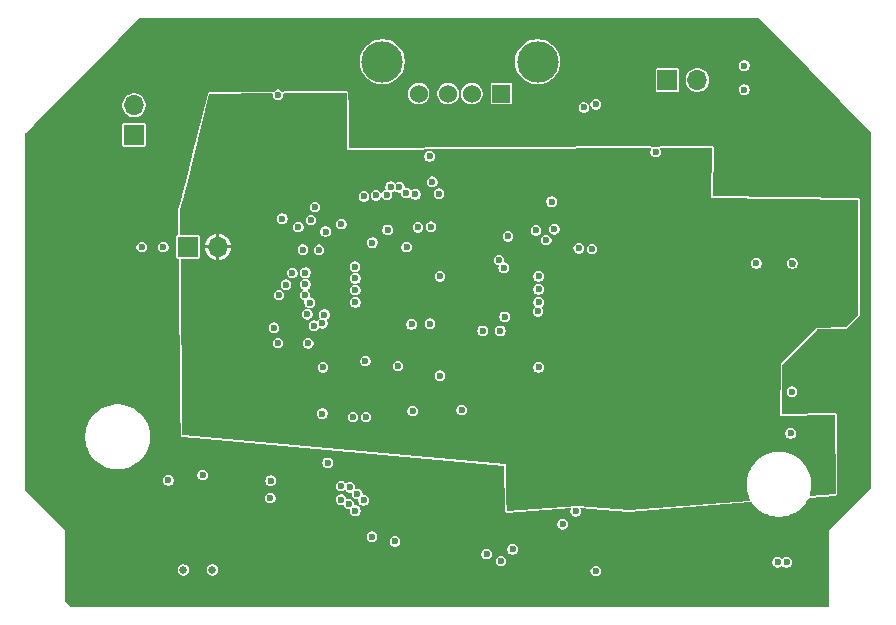
<source format=gbr>
%TF.GenerationSoftware,KiCad,Pcbnew,9.0.0*%
%TF.CreationDate,2025-04-20T21:07:23+01:00*%
%TF.ProjectId,RISKYMSXCart,5249534b-594d-4535-9843-6172742e6b69,rev?*%
%TF.SameCoordinates,Original*%
%TF.FileFunction,Copper,L3,Inr*%
%TF.FilePolarity,Positive*%
%FSLAX46Y46*%
G04 Gerber Fmt 4.6, Leading zero omitted, Abs format (unit mm)*
G04 Created by KiCad (PCBNEW 9.0.0) date 2025-04-20 21:07:23*
%MOMM*%
%LPD*%
G01*
G04 APERTURE LIST*
%TA.AperFunction,ComponentPad*%
%ADD10R,1.700000X1.700000*%
%TD*%
%TA.AperFunction,ComponentPad*%
%ADD11O,1.700000X1.700000*%
%TD*%
%TA.AperFunction,ComponentPad*%
%ADD12R,1.524000X1.524000*%
%TD*%
%TA.AperFunction,ComponentPad*%
%ADD13C,1.524000*%
%TD*%
%TA.AperFunction,ComponentPad*%
%ADD14C,3.500000*%
%TD*%
%TA.AperFunction,ViaPad*%
%ADD15C,0.600000*%
%TD*%
%TA.AperFunction,ViaPad*%
%ADD16C,0.654800*%
%TD*%
G04 APERTURE END LIST*
D10*
%TO.N,/BOOT0*%
%TO.C,J1*%
X126460000Y-96700000D03*
D11*
%TO.N,+3.3V*%
X129000000Y-96700000D03*
%TD*%
D10*
%TO.N,/USART_TX*%
%TO.C,J2*%
X167060000Y-82575000D03*
D11*
%TO.N,/USART_RX*%
X169600000Y-82575000D03*
%TD*%
D12*
%TO.N,Net-(J7-VBUS)*%
%TO.C,J7*%
X153000000Y-83727500D03*
D13*
%TO.N,/USB1_DM*%
X150500000Y-83727500D03*
%TO.N,/USB1_DP*%
X148500000Y-83727500D03*
%TO.N,GND*%
X146000000Y-83727500D03*
D14*
X156070000Y-81017500D03*
X142930000Y-81017500D03*
%TD*%
D10*
%TO.N,/SWCLK*%
%TO.C,J8*%
X121900000Y-87240000D03*
D11*
%TO.N,/SWDIO*%
X121900000Y-84700000D03*
%TD*%
D15*
%TO.N,GND*%
X127712500Y-116012500D03*
X137850000Y-110812500D03*
X133475000Y-116500000D03*
X137900000Y-106900000D03*
X177605000Y-108955000D03*
X152925000Y-103800000D03*
X141368788Y-92431212D03*
X143375000Y-95250000D03*
X149651004Y-110500000D03*
X133450000Y-117975000D03*
X174600000Y-98100000D03*
D16*
X128536700Y-124056134D03*
D15*
X147800000Y-99200000D03*
X124800000Y-116475000D03*
X157250000Y-92875000D03*
X156096394Y-102150490D03*
X151425000Y-103800000D03*
X146950000Y-103200000D03*
X122560000Y-96700000D03*
X153562984Y-95810364D03*
X173575000Y-81350000D03*
X177500000Y-112500000D03*
D16*
X126072900Y-124056134D03*
D15*
X166075000Y-88675000D03*
X145500000Y-110600000D03*
X145400000Y-103250000D03*
X156150000Y-106900000D03*
D16*
%TO.N,+5V*%
X122262900Y-123979934D03*
D15*
X131725000Y-117975000D03*
X131750000Y-116500000D03*
X167912500Y-86475000D03*
X177650000Y-98100000D03*
D16*
X119849900Y-123979934D03*
D15*
%TO.N,+3.3V*%
X175300000Y-102751000D03*
X151500000Y-107650000D03*
X137850000Y-109087500D03*
X155525000Y-92875000D03*
X152900000Y-107650000D03*
X175300000Y-108949000D03*
X141525000Y-95050000D03*
X174700000Y-112500000D03*
X181325000Y-94150000D03*
X145400000Y-106075000D03*
X146000000Y-107700000D03*
X146950000Y-106062500D03*
X132300000Y-85750000D03*
X149300000Y-99250000D03*
X180200300Y-111953934D03*
%TO.N,/~{EXCS1}*%
X136575000Y-102400000D03*
X177152186Y-123418049D03*
X137231289Y-93322601D03*
%TO.N,/~{EXCS2}*%
X137132470Y-103369541D03*
X133745200Y-103550000D03*
%TO.N,/~{EXCS12}*%
X134097600Y-104850000D03*
X136650000Y-104875000D03*
X176400000Y-123400000D03*
%TO.N,/~{EXSLTSL}*%
X136217800Y-96928196D03*
X136767800Y-101427400D03*
%TO.N,/~{RFSH}*%
X155927399Y-95309854D03*
X160666800Y-96882488D03*
%TO.N,/WAIT*%
X147721521Y-92185495D03*
%TO.N,/~{M1}*%
X144975000Y-96695200D03*
%TO.N,/BDIR*%
X147155967Y-91195200D03*
X145725000Y-92250000D03*
%TO.N,/IORQ*%
X145947600Y-95050000D03*
%TO.N,/MREQ*%
X159562000Y-96825000D03*
X156800000Y-96125000D03*
%TO.N,/WR*%
X138025000Y-102427400D03*
%TO.N,/RD*%
X137574012Y-96950000D03*
X137855220Y-103160397D03*
%TO.N,/~{RESET}*%
X161000000Y-124150000D03*
X157481040Y-95202400D03*
X147052400Y-95000000D03*
%TO.N,/A9*%
X156150000Y-100295201D03*
%TO.N,/A11*%
X156150000Y-99190401D03*
X159304800Y-119100000D03*
X158200001Y-120181211D03*
%TO.N,/A7*%
X156150000Y-101400000D03*
%TO.N,/A12*%
X153284394Y-102615606D03*
%TO.N,/A8*%
X153963950Y-122313950D03*
X152977900Y-123300000D03*
%TO.N,/A14*%
X152800000Y-97800000D03*
%TO.N,/A13*%
X153200000Y-98450000D03*
X151750000Y-122700000D03*
%TO.N,/A1*%
X141336336Y-118155123D03*
X144006212Y-121643788D03*
X141500000Y-106350000D03*
%TO.N,/A3*%
X144252400Y-106800000D03*
%TO.N,/A2*%
X140196281Y-117056750D03*
X140096207Y-118477419D03*
%TO.N,/A5*%
X140804306Y-117623094D03*
X142039790Y-121239790D03*
X140648606Y-119029818D03*
%TO.N,/A4*%
X139442553Y-118104800D03*
X139442553Y-116950000D03*
X140447600Y-111100000D03*
X141552400Y-111100000D03*
%TO.N,/D1*%
X140623368Y-98375000D03*
%TO.N,/D3*%
X140647600Y-99375001D03*
%TO.N,/D2*%
X136415400Y-98875000D03*
X135310600Y-98909394D03*
%TO.N,/D5*%
X140647600Y-100350000D03*
%TO.N,/D4*%
X136415400Y-99875000D03*
X134758200Y-99900000D03*
%TO.N,/D7*%
X140647600Y-101400000D03*
%TO.N,/D6*%
X134169493Y-100783183D03*
X136379093Y-100783183D03*
%TO.N,/NRST*%
X147800000Y-107600000D03*
%TO.N,Net-(D1-A)*%
X134100000Y-83825000D03*
%TO.N,/BOOT0*%
X139462500Y-94772600D03*
X124385000Y-96700000D03*
%TO.N,/USART_TX*%
X144371003Y-91671933D03*
X161000000Y-84625000D03*
%TO.N,/USART_RX*%
X143622278Y-91597634D03*
X160000000Y-84900000D03*
%TO.N,/USB1_DM*%
X143319907Y-92286606D03*
%TO.N,/USB1_DP*%
X142400552Y-92333476D03*
%TO.N,/SWDIO*%
X142089790Y-96335210D03*
%TO.N,/SWCLK*%
X134462561Y-94315672D03*
X138126412Y-95400000D03*
X136891388Y-94427400D03*
X135809302Y-95021866D03*
%TO.N,Net-(D5-A)*%
X173575000Y-83400000D03*
%TO.N,/SCC_OUT*%
X138300000Y-114975000D03*
%TO.N,/LEDFLASH*%
X146921379Y-89033201D03*
X144967972Y-92129904D03*
%TD*%
%TA.AperFunction,Conductor*%
%TO.N,+3.3V*%
G36*
X139885368Y-83664712D02*
G01*
X139900257Y-83699799D01*
X139900258Y-83699970D01*
X139925000Y-88474999D01*
X139925000Y-88475000D01*
X165653061Y-88350207D01*
X165688343Y-88364621D01*
X165703099Y-88399763D01*
X165696428Y-88424905D01*
X165652966Y-88500183D01*
X165652964Y-88500187D01*
X165652963Y-88500191D01*
X165622100Y-88615373D01*
X165622100Y-88615375D01*
X165622100Y-88734625D01*
X165652964Y-88849813D01*
X165712590Y-88953087D01*
X165796913Y-89037410D01*
X165900187Y-89097036D01*
X166015375Y-89127900D01*
X166134625Y-89127900D01*
X166249813Y-89097036D01*
X166353087Y-89037410D01*
X166437410Y-88953087D01*
X166497036Y-88849813D01*
X166527900Y-88734625D01*
X166527900Y-88615375D01*
X166497036Y-88500187D01*
X166451215Y-88420825D01*
X166446241Y-88383037D01*
X166469444Y-88352798D01*
X166494098Y-88346128D01*
X170799056Y-88325247D01*
X170834341Y-88339662D01*
X170849097Y-88374804D01*
X170849090Y-88375935D01*
X170775927Y-92473108D01*
X170775000Y-92525000D01*
X183150882Y-92699308D01*
X183185887Y-92714388D01*
X183199981Y-92749122D01*
X183196307Y-102429434D01*
X183181783Y-102464567D01*
X182164282Y-103485666D01*
X182129765Y-103500308D01*
X179681584Y-103537645D01*
X176642300Y-106576929D01*
X176592300Y-110995561D01*
X176592300Y-110995562D01*
X181199557Y-110901034D01*
X181235061Y-110914895D01*
X181250367Y-110949802D01*
X181250376Y-110950452D01*
X181299654Y-117553674D01*
X181285331Y-117588996D01*
X181253820Y-117603688D01*
X179161856Y-117770781D01*
X179125593Y-117759045D01*
X179108249Y-117725104D01*
X179110885Y-117704694D01*
X179157468Y-117571570D01*
X179226211Y-117270386D01*
X179260800Y-116963399D01*
X179260800Y-116654469D01*
X179226211Y-116347482D01*
X179157468Y-116046298D01*
X179055435Y-115754705D01*
X179005055Y-115650090D01*
X178921398Y-115476374D01*
X178921396Y-115476371D01*
X178757034Y-115214790D01*
X178705217Y-115149813D01*
X178564420Y-114973260D01*
X178345974Y-114754814D01*
X178104443Y-114562199D01*
X177842865Y-114397839D01*
X177842862Y-114397837D01*
X177842859Y-114397835D01*
X177564530Y-114263799D01*
X177564522Y-114263796D01*
X177272944Y-114161768D01*
X177272937Y-114161766D01*
X176971763Y-114093025D01*
X176971757Y-114093024D01*
X176971752Y-114093023D01*
X176664765Y-114058434D01*
X176355835Y-114058434D01*
X176048848Y-114093023D01*
X176048844Y-114093023D01*
X176048836Y-114093025D01*
X175747662Y-114161766D01*
X175747655Y-114161768D01*
X175456077Y-114263796D01*
X175456069Y-114263799D01*
X175177740Y-114397835D01*
X175177737Y-114397837D01*
X174916156Y-114562199D01*
X174674625Y-114754814D01*
X174456180Y-114973259D01*
X174263565Y-115214790D01*
X174099203Y-115476371D01*
X174099201Y-115476374D01*
X173965165Y-115754703D01*
X173965162Y-115754711D01*
X173863134Y-116046289D01*
X173863132Y-116046296D01*
X173794391Y-116347470D01*
X173794389Y-116347478D01*
X173794389Y-116347482D01*
X173759800Y-116654469D01*
X173759800Y-116963399D01*
X173786578Y-117201058D01*
X173794389Y-117270383D01*
X173794391Y-117270397D01*
X173863132Y-117571571D01*
X173863134Y-117571578D01*
X173965162Y-117863156D01*
X173965165Y-117863164D01*
X174083287Y-118108446D01*
X174085424Y-118146501D01*
X174060026Y-118174921D01*
X174042384Y-118179695D01*
X163776694Y-118999658D01*
X163768140Y-118999604D01*
X159450005Y-118600000D01*
X159450002Y-118600000D01*
X159450000Y-118600000D01*
X155881712Y-118867621D01*
X153502850Y-119046036D01*
X153466643Y-119034124D01*
X153449464Y-119000100D01*
X153449329Y-118997005D01*
X153438081Y-118108446D01*
X153400000Y-115100000D01*
X153400000Y-115099999D01*
X126044887Y-112654013D01*
X126011112Y-112636349D01*
X125999525Y-112604936D01*
X125997793Y-112440373D01*
X177047100Y-112440373D01*
X177047100Y-112440375D01*
X177047100Y-112559625D01*
X177077964Y-112674813D01*
X177137590Y-112778087D01*
X177221913Y-112862410D01*
X177325187Y-112922036D01*
X177440375Y-112952900D01*
X177559625Y-112952900D01*
X177674813Y-112922036D01*
X177778087Y-112862410D01*
X177862410Y-112778087D01*
X177922036Y-112674813D01*
X177952900Y-112559625D01*
X177952900Y-112440375D01*
X177922036Y-112325187D01*
X177862410Y-112221913D01*
X177778087Y-112137590D01*
X177778086Y-112137589D01*
X177674816Y-112077966D01*
X177674817Y-112077966D01*
X177674813Y-112077964D01*
X177610414Y-112060708D01*
X177559626Y-112047100D01*
X177559625Y-112047100D01*
X177440375Y-112047100D01*
X177440373Y-112047100D01*
X177338796Y-112074317D01*
X177325187Y-112077964D01*
X177325184Y-112077965D01*
X177325183Y-112077966D01*
X177221913Y-112137589D01*
X177137589Y-112221913D01*
X177077966Y-112325183D01*
X177077964Y-112325187D01*
X177077963Y-112325191D01*
X177047100Y-112440373D01*
X125997793Y-112440373D01*
X125980030Y-110752873D01*
X137397100Y-110752873D01*
X137397100Y-110752875D01*
X137397100Y-110872125D01*
X137427964Y-110987313D01*
X137427966Y-110987316D01*
X137465830Y-111052899D01*
X137487590Y-111090587D01*
X137571913Y-111174910D01*
X137675187Y-111234536D01*
X137790375Y-111265400D01*
X137909625Y-111265400D01*
X138024813Y-111234536D01*
X138128087Y-111174910D01*
X138212410Y-111090587D01*
X138241401Y-111040373D01*
X139994700Y-111040373D01*
X139994700Y-111159626D01*
X140008308Y-111210414D01*
X140025564Y-111274813D01*
X140085190Y-111378087D01*
X140169513Y-111462410D01*
X140272787Y-111522036D01*
X140387975Y-111552900D01*
X140507225Y-111552900D01*
X140622413Y-111522036D01*
X140725687Y-111462410D01*
X140810010Y-111378087D01*
X140869636Y-111274813D01*
X140900500Y-111159625D01*
X140900500Y-111040375D01*
X140900499Y-111040373D01*
X141099500Y-111040373D01*
X141099500Y-111159626D01*
X141113108Y-111210414D01*
X141130364Y-111274813D01*
X141189990Y-111378087D01*
X141274313Y-111462410D01*
X141377587Y-111522036D01*
X141492775Y-111552900D01*
X141612025Y-111552900D01*
X141727213Y-111522036D01*
X141830487Y-111462410D01*
X141914810Y-111378087D01*
X141974436Y-111274813D01*
X142005300Y-111159625D01*
X142005300Y-111040375D01*
X141974436Y-110925187D01*
X141914810Y-110821913D01*
X141830487Y-110737590D01*
X141830486Y-110737589D01*
X141727216Y-110677966D01*
X141727217Y-110677966D01*
X141727213Y-110677964D01*
X141662814Y-110660708D01*
X141612026Y-110647100D01*
X141612025Y-110647100D01*
X141492775Y-110647100D01*
X141492773Y-110647100D01*
X141391196Y-110674317D01*
X141377587Y-110677964D01*
X141377584Y-110677965D01*
X141377583Y-110677966D01*
X141274313Y-110737589D01*
X141189989Y-110821913D01*
X141136306Y-110914895D01*
X141130364Y-110925187D01*
X141130363Y-110925191D01*
X141099500Y-111040373D01*
X140900499Y-111040373D01*
X140869636Y-110925187D01*
X140810010Y-110821913D01*
X140725687Y-110737590D01*
X140725686Y-110737589D01*
X140622416Y-110677966D01*
X140622417Y-110677966D01*
X140622413Y-110677964D01*
X140558014Y-110660708D01*
X140507226Y-110647100D01*
X140507225Y-110647100D01*
X140387975Y-110647100D01*
X140387973Y-110647100D01*
X140286396Y-110674317D01*
X140272787Y-110677964D01*
X140272784Y-110677965D01*
X140272783Y-110677966D01*
X140169513Y-110737589D01*
X140085189Y-110821913D01*
X140031506Y-110914895D01*
X140025564Y-110925187D01*
X140025563Y-110925191D01*
X139994700Y-111040373D01*
X138241401Y-111040373D01*
X138272036Y-110987313D01*
X138302900Y-110872125D01*
X138302900Y-110752875D01*
X138272036Y-110637687D01*
X138215851Y-110540373D01*
X145047100Y-110540373D01*
X145047100Y-110659626D01*
X145052014Y-110677964D01*
X145077964Y-110774813D01*
X145101098Y-110814882D01*
X145134147Y-110872125D01*
X145137590Y-110878087D01*
X145221913Y-110962410D01*
X145325187Y-111022036D01*
X145440375Y-111052900D01*
X145559625Y-111052900D01*
X145674813Y-111022036D01*
X145778087Y-110962410D01*
X145862410Y-110878087D01*
X145922036Y-110774813D01*
X145952900Y-110659625D01*
X145952900Y-110540375D01*
X145926105Y-110440373D01*
X149198104Y-110440373D01*
X149198104Y-110440375D01*
X149198104Y-110559625D01*
X149228968Y-110674813D01*
X149252102Y-110714882D01*
X149286703Y-110774813D01*
X149288594Y-110778087D01*
X149372917Y-110862410D01*
X149476191Y-110922036D01*
X149591379Y-110952900D01*
X149710629Y-110952900D01*
X149825817Y-110922036D01*
X149929091Y-110862410D01*
X150013414Y-110778087D01*
X150073040Y-110674813D01*
X150103904Y-110559625D01*
X150103904Y-110440375D01*
X150073040Y-110325187D01*
X150013414Y-110221913D01*
X149929091Y-110137590D01*
X149929090Y-110137589D01*
X149825820Y-110077966D01*
X149825821Y-110077966D01*
X149825817Y-110077964D01*
X149761418Y-110060708D01*
X149710630Y-110047100D01*
X149710629Y-110047100D01*
X149591379Y-110047100D01*
X149591377Y-110047100D01*
X149489800Y-110074317D01*
X149476191Y-110077964D01*
X149476188Y-110077965D01*
X149476187Y-110077966D01*
X149372917Y-110137589D01*
X149288593Y-110221913D01*
X149230858Y-110321913D01*
X149228968Y-110325187D01*
X149228967Y-110325191D01*
X149198104Y-110440373D01*
X145926105Y-110440373D01*
X145922036Y-110425187D01*
X145862410Y-110321913D01*
X145778087Y-110237590D01*
X145778086Y-110237589D01*
X145674816Y-110177966D01*
X145674817Y-110177966D01*
X145674813Y-110177964D01*
X145610414Y-110160708D01*
X145559626Y-110147100D01*
X145559625Y-110147100D01*
X145440375Y-110147100D01*
X145440373Y-110147100D01*
X145338796Y-110174317D01*
X145325187Y-110177964D01*
X145325184Y-110177965D01*
X145325183Y-110177966D01*
X145221913Y-110237589D01*
X145137589Y-110321913D01*
X145098010Y-110390466D01*
X145077964Y-110425187D01*
X145077963Y-110425191D01*
X145047100Y-110540373D01*
X138215851Y-110540373D01*
X138212410Y-110534413D01*
X138128087Y-110450090D01*
X138128086Y-110450089D01*
X138024816Y-110390466D01*
X138024817Y-110390466D01*
X138024813Y-110390464D01*
X137960414Y-110373208D01*
X137909626Y-110359600D01*
X137909625Y-110359600D01*
X137790375Y-110359600D01*
X137790373Y-110359600D01*
X137688796Y-110386817D01*
X137675187Y-110390464D01*
X137675184Y-110390465D01*
X137675183Y-110390466D01*
X137571913Y-110450089D01*
X137487589Y-110534413D01*
X137427966Y-110637683D01*
X137427964Y-110637687D01*
X137427963Y-110637691D01*
X137397100Y-110752873D01*
X125980030Y-110752873D01*
X125946214Y-107540373D01*
X147347100Y-107540373D01*
X147347100Y-107540375D01*
X147347100Y-107659625D01*
X147377964Y-107774813D01*
X147437590Y-107878087D01*
X147521913Y-107962410D01*
X147625187Y-108022036D01*
X147740375Y-108052900D01*
X147859625Y-108052900D01*
X147974813Y-108022036D01*
X148078087Y-107962410D01*
X148162410Y-107878087D01*
X148222036Y-107774813D01*
X148252900Y-107659625D01*
X148252900Y-107540375D01*
X148222036Y-107425187D01*
X148162410Y-107321913D01*
X148078087Y-107237590D01*
X148078086Y-107237589D01*
X147974816Y-107177966D01*
X147974817Y-107177966D01*
X147974813Y-107177964D01*
X147910414Y-107160708D01*
X147859626Y-107147100D01*
X147859625Y-107147100D01*
X147740375Y-107147100D01*
X147740373Y-107147100D01*
X147638796Y-107174317D01*
X147625187Y-107177964D01*
X147625184Y-107177965D01*
X147625183Y-107177966D01*
X147521913Y-107237589D01*
X147437589Y-107321913D01*
X147419699Y-107352900D01*
X147377964Y-107425187D01*
X147377963Y-107425191D01*
X147347100Y-107540373D01*
X125946214Y-107540373D01*
X125938846Y-106840373D01*
X137447100Y-106840373D01*
X137447100Y-106959626D01*
X137451170Y-106974816D01*
X137477964Y-107074813D01*
X137501098Y-107114882D01*
X137528538Y-107162410D01*
X137537590Y-107178087D01*
X137621913Y-107262410D01*
X137725187Y-107322036D01*
X137840375Y-107352900D01*
X137959625Y-107352900D01*
X138074813Y-107322036D01*
X138178087Y-107262410D01*
X138262410Y-107178087D01*
X138322036Y-107074813D01*
X138352900Y-106959625D01*
X138352900Y-106840375D01*
X138322036Y-106725187D01*
X138262410Y-106621913D01*
X138178087Y-106537590D01*
X138178086Y-106537589D01*
X138074816Y-106477966D01*
X138074817Y-106477966D01*
X138074813Y-106477964D01*
X138010414Y-106460708D01*
X137959626Y-106447100D01*
X137959625Y-106447100D01*
X137840375Y-106447100D01*
X137840373Y-106447100D01*
X137738796Y-106474317D01*
X137725187Y-106477964D01*
X137725184Y-106477965D01*
X137725183Y-106477966D01*
X137621913Y-106537589D01*
X137537589Y-106621913D01*
X137477966Y-106725183D01*
X137477964Y-106725187D01*
X137477963Y-106725191D01*
X137447100Y-106840373D01*
X125938846Y-106840373D01*
X125933056Y-106290373D01*
X141047100Y-106290373D01*
X141047100Y-106290375D01*
X141047100Y-106409625D01*
X141077964Y-106524813D01*
X141077966Y-106524816D01*
X141135915Y-106625187D01*
X141137590Y-106628087D01*
X141221913Y-106712410D01*
X141325187Y-106772036D01*
X141440375Y-106802900D01*
X141559625Y-106802900D01*
X141674813Y-106772036D01*
X141729654Y-106740373D01*
X143799500Y-106740373D01*
X143799500Y-106740375D01*
X143799500Y-106859625D01*
X143830364Y-106974813D01*
X143830366Y-106974816D01*
X143888099Y-107074813D01*
X143889990Y-107078087D01*
X143974313Y-107162410D01*
X144077587Y-107222036D01*
X144192775Y-107252900D01*
X144312025Y-107252900D01*
X144427213Y-107222036D01*
X144530487Y-107162410D01*
X144614810Y-107078087D01*
X144674436Y-106974813D01*
X144705300Y-106859625D01*
X144705300Y-106840373D01*
X155697100Y-106840373D01*
X155697100Y-106959626D01*
X155701170Y-106974816D01*
X155727964Y-107074813D01*
X155751098Y-107114882D01*
X155778538Y-107162410D01*
X155787590Y-107178087D01*
X155871913Y-107262410D01*
X155975187Y-107322036D01*
X156090375Y-107352900D01*
X156209625Y-107352900D01*
X156324813Y-107322036D01*
X156428087Y-107262410D01*
X156512410Y-107178087D01*
X156572036Y-107074813D01*
X156602900Y-106959625D01*
X156602900Y-106840375D01*
X156572036Y-106725187D01*
X156512410Y-106621913D01*
X156428087Y-106537590D01*
X156428086Y-106537589D01*
X156324816Y-106477966D01*
X156324817Y-106477966D01*
X156324813Y-106477964D01*
X156260414Y-106460708D01*
X156209626Y-106447100D01*
X156209625Y-106447100D01*
X156090375Y-106447100D01*
X156090373Y-106447100D01*
X155988796Y-106474317D01*
X155975187Y-106477964D01*
X155975184Y-106477965D01*
X155975183Y-106477966D01*
X155871913Y-106537589D01*
X155787589Y-106621913D01*
X155727966Y-106725183D01*
X155727964Y-106725187D01*
X155727963Y-106725191D01*
X155697100Y-106840373D01*
X144705300Y-106840373D01*
X144705300Y-106740375D01*
X144674436Y-106625187D01*
X144614810Y-106521913D01*
X144530487Y-106437590D01*
X144530486Y-106437589D01*
X144427216Y-106377966D01*
X144427217Y-106377966D01*
X144427213Y-106377964D01*
X144362814Y-106360708D01*
X144312026Y-106347100D01*
X144312025Y-106347100D01*
X144192775Y-106347100D01*
X144192773Y-106347100D01*
X144091196Y-106374317D01*
X144077587Y-106377964D01*
X144077584Y-106377965D01*
X144077583Y-106377966D01*
X143974313Y-106437589D01*
X143889989Y-106521913D01*
X143832254Y-106621913D01*
X143830364Y-106625187D01*
X143830363Y-106625191D01*
X143799500Y-106740373D01*
X141729654Y-106740373D01*
X141778087Y-106712410D01*
X141862410Y-106628087D01*
X141922036Y-106524813D01*
X141952900Y-106409625D01*
X141952900Y-106290375D01*
X141922036Y-106175187D01*
X141862410Y-106071913D01*
X141778087Y-105987590D01*
X141778086Y-105987589D01*
X141674816Y-105927966D01*
X141674817Y-105927966D01*
X141674813Y-105927964D01*
X141610414Y-105910708D01*
X141559626Y-105897100D01*
X141559625Y-105897100D01*
X141440375Y-105897100D01*
X141440373Y-105897100D01*
X141338796Y-105924317D01*
X141325187Y-105927964D01*
X141325184Y-105927965D01*
X141325183Y-105927966D01*
X141221913Y-105987589D01*
X141137589Y-106071913D01*
X141077966Y-106175183D01*
X141077964Y-106175187D01*
X141077963Y-106175191D01*
X141047100Y-106290373D01*
X125933056Y-106290373D01*
X125929869Y-105987589D01*
X125921973Y-105237410D01*
X125917267Y-104790373D01*
X133644700Y-104790373D01*
X133644700Y-104909626D01*
X133651399Y-104934626D01*
X133675564Y-105024813D01*
X133735190Y-105128087D01*
X133819513Y-105212410D01*
X133922787Y-105272036D01*
X134037975Y-105302900D01*
X134157225Y-105302900D01*
X134272413Y-105272036D01*
X134375687Y-105212410D01*
X134460010Y-105128087D01*
X134519636Y-105024813D01*
X134550500Y-104909625D01*
X134550500Y-104815373D01*
X136197100Y-104815373D01*
X136197100Y-104815375D01*
X136197100Y-104934625D01*
X136227964Y-105049813D01*
X136287590Y-105153087D01*
X136371913Y-105237410D01*
X136475187Y-105297036D01*
X136590375Y-105327900D01*
X136709625Y-105327900D01*
X136824813Y-105297036D01*
X136928087Y-105237410D01*
X137012410Y-105153087D01*
X137072036Y-105049813D01*
X137102900Y-104934625D01*
X137102900Y-104815375D01*
X137072036Y-104700187D01*
X137012410Y-104596913D01*
X136928087Y-104512590D01*
X136928086Y-104512589D01*
X136824816Y-104452966D01*
X136824817Y-104452966D01*
X136824813Y-104452964D01*
X136731518Y-104427966D01*
X136709626Y-104422100D01*
X136709625Y-104422100D01*
X136590375Y-104422100D01*
X136590373Y-104422100D01*
X136488796Y-104449317D01*
X136475187Y-104452964D01*
X136475184Y-104452965D01*
X136475183Y-104452966D01*
X136371913Y-104512589D01*
X136287589Y-104596913D01*
X136227966Y-104700183D01*
X136227964Y-104700187D01*
X136227963Y-104700191D01*
X136197100Y-104815373D01*
X134550500Y-104815373D01*
X134550500Y-104790375D01*
X134519636Y-104675187D01*
X134460010Y-104571913D01*
X134375687Y-104487590D01*
X134375686Y-104487589D01*
X134272416Y-104427966D01*
X134272417Y-104427966D01*
X134272413Y-104427964D01*
X134208014Y-104410708D01*
X134157226Y-104397100D01*
X134157225Y-104397100D01*
X134037975Y-104397100D01*
X134037973Y-104397100D01*
X133944672Y-104422100D01*
X133922787Y-104427964D01*
X133922784Y-104427965D01*
X133922783Y-104427966D01*
X133819513Y-104487589D01*
X133735189Y-104571913D01*
X133675566Y-104675183D01*
X133675564Y-104675187D01*
X133675563Y-104675191D01*
X133644700Y-104790373D01*
X125917267Y-104790373D01*
X125903583Y-103490373D01*
X133292300Y-103490373D01*
X133292300Y-103609626D01*
X133296470Y-103625187D01*
X133323164Y-103724813D01*
X133323166Y-103724816D01*
X133379529Y-103822440D01*
X133382790Y-103828087D01*
X133467113Y-103912410D01*
X133570387Y-103972036D01*
X133685575Y-104002900D01*
X133804825Y-104002900D01*
X133920013Y-103972036D01*
X134023287Y-103912410D01*
X134107610Y-103828087D01*
X134167236Y-103724813D01*
X134198100Y-103609625D01*
X134198100Y-103490375D01*
X134167236Y-103375187D01*
X134129550Y-103309914D01*
X136679570Y-103309914D01*
X136679570Y-103429167D01*
X136692678Y-103478086D01*
X136710434Y-103544354D01*
X136710436Y-103544357D01*
X136757103Y-103625187D01*
X136770060Y-103647628D01*
X136854383Y-103731951D01*
X136957657Y-103791577D01*
X137072845Y-103822441D01*
X137192095Y-103822441D01*
X137307283Y-103791577D01*
X137395970Y-103740373D01*
X150972100Y-103740373D01*
X150972100Y-103740375D01*
X150972100Y-103859625D01*
X151002964Y-103974813D01*
X151062590Y-104078087D01*
X151146913Y-104162410D01*
X151250187Y-104222036D01*
X151365375Y-104252900D01*
X151484625Y-104252900D01*
X151599813Y-104222036D01*
X151703087Y-104162410D01*
X151787410Y-104078087D01*
X151847036Y-103974813D01*
X151877900Y-103859625D01*
X151877900Y-103740375D01*
X151877899Y-103740373D01*
X152472100Y-103740373D01*
X152472100Y-103740375D01*
X152472100Y-103859625D01*
X152502964Y-103974813D01*
X152562590Y-104078087D01*
X152646913Y-104162410D01*
X152750187Y-104222036D01*
X152865375Y-104252900D01*
X152984625Y-104252900D01*
X153099813Y-104222036D01*
X153203087Y-104162410D01*
X153287410Y-104078087D01*
X153347036Y-103974813D01*
X153377900Y-103859625D01*
X153377900Y-103740375D01*
X153347036Y-103625187D01*
X153287410Y-103521913D01*
X153203087Y-103437590D01*
X153203086Y-103437589D01*
X153099816Y-103377966D01*
X153099817Y-103377966D01*
X153099813Y-103377964D01*
X153035414Y-103360708D01*
X152984626Y-103347100D01*
X152984625Y-103347100D01*
X152865375Y-103347100D01*
X152865373Y-103347100D01*
X152763796Y-103374317D01*
X152750187Y-103377964D01*
X152750184Y-103377965D01*
X152750183Y-103377966D01*
X152646913Y-103437589D01*
X152562589Y-103521913D01*
X152504785Y-103622033D01*
X152502964Y-103625187D01*
X152502963Y-103625191D01*
X152472100Y-103740373D01*
X151877899Y-103740373D01*
X151847036Y-103625187D01*
X151787410Y-103521913D01*
X151703087Y-103437590D01*
X151703086Y-103437589D01*
X151599816Y-103377966D01*
X151599817Y-103377966D01*
X151599813Y-103377964D01*
X151535414Y-103360708D01*
X151484626Y-103347100D01*
X151484625Y-103347100D01*
X151365375Y-103347100D01*
X151365373Y-103347100D01*
X151263796Y-103374317D01*
X151250187Y-103377964D01*
X151250184Y-103377965D01*
X151250183Y-103377966D01*
X151146913Y-103437589D01*
X151062589Y-103521913D01*
X151004785Y-103622033D01*
X151002964Y-103625187D01*
X151002963Y-103625191D01*
X150972100Y-103740373D01*
X137395970Y-103740373D01*
X137410557Y-103731951D01*
X137494880Y-103647628D01*
X137544593Y-103561522D01*
X137574831Y-103538321D01*
X137612620Y-103543296D01*
X137614444Y-103544349D01*
X137680407Y-103582433D01*
X137795595Y-103613297D01*
X137914845Y-103613297D01*
X138030033Y-103582433D01*
X138133307Y-103522807D01*
X138217630Y-103438484D01*
X138277256Y-103335210D01*
X138308120Y-103220022D01*
X138308120Y-103190373D01*
X144947100Y-103190373D01*
X144947100Y-103190375D01*
X144947100Y-103309625D01*
X144977964Y-103424813D01*
X144985857Y-103438484D01*
X145034541Y-103522807D01*
X145037590Y-103528087D01*
X145121913Y-103612410D01*
X145225187Y-103672036D01*
X145340375Y-103702900D01*
X145459625Y-103702900D01*
X145574813Y-103672036D01*
X145678087Y-103612410D01*
X145762410Y-103528087D01*
X145822036Y-103424813D01*
X145852900Y-103309625D01*
X145852900Y-103190375D01*
X145839502Y-103140373D01*
X146497100Y-103140373D01*
X146497100Y-103259626D01*
X146510497Y-103309625D01*
X146527964Y-103374813D01*
X146587590Y-103478087D01*
X146671913Y-103562410D01*
X146775187Y-103622036D01*
X146890375Y-103652900D01*
X147009625Y-103652900D01*
X147124813Y-103622036D01*
X147228087Y-103562410D01*
X147312410Y-103478087D01*
X147372036Y-103374813D01*
X147402900Y-103259625D01*
X147402900Y-103140375D01*
X147372036Y-103025187D01*
X147312410Y-102921913D01*
X147228087Y-102837590D01*
X147228086Y-102837589D01*
X147157957Y-102797100D01*
X147124813Y-102777964D01*
X147060414Y-102760708D01*
X147009626Y-102747100D01*
X147009625Y-102747100D01*
X146890375Y-102747100D01*
X146890373Y-102747100D01*
X146788796Y-102774317D01*
X146775187Y-102777964D01*
X146775184Y-102777965D01*
X146775183Y-102777966D01*
X146671913Y-102837589D01*
X146587589Y-102921913D01*
X146527966Y-103025183D01*
X146527964Y-103025187D01*
X146527963Y-103025191D01*
X146497100Y-103140373D01*
X145839502Y-103140373D01*
X145822036Y-103075187D01*
X145762410Y-102971913D01*
X145678087Y-102887590D01*
X145678086Y-102887589D01*
X145612003Y-102849436D01*
X145574813Y-102827964D01*
X145510414Y-102810708D01*
X145459626Y-102797100D01*
X145459625Y-102797100D01*
X145340375Y-102797100D01*
X145340373Y-102797100D01*
X145247322Y-102822033D01*
X145225187Y-102827964D01*
X145225184Y-102827965D01*
X145225183Y-102827966D01*
X145121913Y-102887589D01*
X145037589Y-102971913D01*
X144981822Y-103068505D01*
X144977964Y-103075187D01*
X144977963Y-103075191D01*
X144947100Y-103190373D01*
X138308120Y-103190373D01*
X138308120Y-103100772D01*
X138277256Y-102985584D01*
X138224202Y-102893693D01*
X138223841Y-102893067D01*
X138218866Y-102855278D01*
X138242069Y-102825039D01*
X138303087Y-102789810D01*
X138387410Y-102705487D01*
X138447036Y-102602213D01*
X138459424Y-102555979D01*
X152831494Y-102555979D01*
X152831494Y-102555981D01*
X152831494Y-102675231D01*
X152862358Y-102790419D01*
X152880611Y-102822033D01*
X152921622Y-102893067D01*
X152921984Y-102893693D01*
X153006307Y-102978016D01*
X153109581Y-103037642D01*
X153224769Y-103068506D01*
X153344019Y-103068506D01*
X153459207Y-103037642D01*
X153562481Y-102978016D01*
X153646804Y-102893693D01*
X153706430Y-102790419D01*
X153737294Y-102675231D01*
X153737294Y-102555981D01*
X153706430Y-102440793D01*
X153646804Y-102337519D01*
X153562481Y-102253196D01*
X153562480Y-102253195D01*
X153459210Y-102193572D01*
X153459211Y-102193572D01*
X153459207Y-102193570D01*
X153394808Y-102176314D01*
X153344020Y-102162706D01*
X153344019Y-102162706D01*
X153224769Y-102162706D01*
X153224767Y-102162706D01*
X153123190Y-102189923D01*
X153109581Y-102193570D01*
X153109578Y-102193571D01*
X153109577Y-102193572D01*
X153006307Y-102253195D01*
X152921983Y-102337519D01*
X152869411Y-102428577D01*
X152862358Y-102440793D01*
X152862357Y-102440797D01*
X152831494Y-102555979D01*
X138459424Y-102555979D01*
X138477900Y-102487025D01*
X138477900Y-102367775D01*
X138447036Y-102252587D01*
X138387410Y-102149313D01*
X138328960Y-102090863D01*
X155643494Y-102090863D01*
X155643494Y-102210116D01*
X155654873Y-102252583D01*
X155674358Y-102325303D01*
X155733984Y-102428577D01*
X155818307Y-102512900D01*
X155921581Y-102572526D01*
X156036769Y-102603390D01*
X156156019Y-102603390D01*
X156271207Y-102572526D01*
X156374481Y-102512900D01*
X156458804Y-102428577D01*
X156518430Y-102325303D01*
X156549294Y-102210115D01*
X156549294Y-102090865D01*
X156518430Y-101975677D01*
X156458804Y-101872403D01*
X156423384Y-101836983D01*
X156408798Y-101801769D01*
X156423384Y-101766555D01*
X156427915Y-101762581D01*
X156428084Y-101762411D01*
X156428087Y-101762410D01*
X156512410Y-101678087D01*
X156572036Y-101574813D01*
X156602900Y-101459625D01*
X156602900Y-101340375D01*
X156572036Y-101225187D01*
X156512410Y-101121913D01*
X156428087Y-101037590D01*
X156428086Y-101037589D01*
X156324816Y-100977966D01*
X156324817Y-100977966D01*
X156324813Y-100977964D01*
X156260414Y-100960708D01*
X156209626Y-100947100D01*
X156209625Y-100947100D01*
X156090375Y-100947100D01*
X156090373Y-100947100D01*
X155988796Y-100974317D01*
X155975187Y-100977964D01*
X155975184Y-100977965D01*
X155975183Y-100977966D01*
X155871913Y-101037589D01*
X155787589Y-101121913D01*
X155727966Y-101225183D01*
X155727964Y-101225187D01*
X155725045Y-101236082D01*
X155697100Y-101340373D01*
X155697100Y-101340375D01*
X155697100Y-101459625D01*
X155727964Y-101574813D01*
X155727966Y-101574816D01*
X155787589Y-101678086D01*
X155823009Y-101713506D01*
X155837595Y-101748720D01*
X155823009Y-101783934D01*
X155818480Y-101787906D01*
X155733983Y-101872403D01*
X155674420Y-101975569D01*
X155674358Y-101975677D01*
X155673745Y-101977964D01*
X155643494Y-102090863D01*
X138328960Y-102090863D01*
X138303087Y-102064990D01*
X138303086Y-102064989D01*
X138199816Y-102005366D01*
X138199817Y-102005366D01*
X138199813Y-102005364D01*
X138097561Y-101977966D01*
X138084626Y-101974500D01*
X138084625Y-101974500D01*
X137965375Y-101974500D01*
X137965373Y-101974500D01*
X137863796Y-102001717D01*
X137850187Y-102005364D01*
X137850184Y-102005365D01*
X137850183Y-102005366D01*
X137746913Y-102064989D01*
X137662589Y-102149313D01*
X137618781Y-102225191D01*
X137602964Y-102252587D01*
X137602963Y-102252591D01*
X137572100Y-102367773D01*
X137572100Y-102367775D01*
X137572100Y-102487025D01*
X137602964Y-102602213D01*
X137602966Y-102602216D01*
X137656378Y-102694729D01*
X137661353Y-102732518D01*
X137638151Y-102762757D01*
X137577132Y-102797987D01*
X137492809Y-102882310D01*
X137443097Y-102968413D01*
X137412858Y-102991616D01*
X137375069Y-102986641D01*
X137307286Y-102947507D01*
X137307287Y-102947507D01*
X137307283Y-102947505D01*
X137211771Y-102921913D01*
X137192096Y-102916641D01*
X137192095Y-102916641D01*
X137072845Y-102916641D01*
X137072843Y-102916641D01*
X136971266Y-102943858D01*
X136957657Y-102947505D01*
X136957654Y-102947506D01*
X136957653Y-102947507D01*
X136854383Y-103007130D01*
X136770059Y-103091454D01*
X136714555Y-103187590D01*
X136710434Y-103194728D01*
X136710433Y-103194732D01*
X136679570Y-103309914D01*
X134129550Y-103309914D01*
X134107610Y-103271913D01*
X134023287Y-103187590D01*
X134023286Y-103187589D01*
X133920016Y-103127966D01*
X133920017Y-103127966D01*
X133920013Y-103127964D01*
X133855614Y-103110708D01*
X133804826Y-103097100D01*
X133804825Y-103097100D01*
X133685575Y-103097100D01*
X133685573Y-103097100D01*
X133583996Y-103124317D01*
X133570387Y-103127964D01*
X133570384Y-103127965D01*
X133570383Y-103127966D01*
X133467113Y-103187589D01*
X133382789Y-103271913D01*
X133346243Y-103335213D01*
X133323164Y-103375187D01*
X133323163Y-103375191D01*
X133292300Y-103490373D01*
X125903583Y-103490373D01*
X125898089Y-102968413D01*
X125874459Y-100723556D01*
X133716593Y-100723556D01*
X133716593Y-100723558D01*
X133716593Y-100842808D01*
X133747457Y-100957996D01*
X133747459Y-100957999D01*
X133793410Y-101037589D01*
X133807083Y-101061270D01*
X133891406Y-101145593D01*
X133994680Y-101205219D01*
X134109868Y-101236083D01*
X134229118Y-101236083D01*
X134344306Y-101205219D01*
X134447580Y-101145593D01*
X134531903Y-101061270D01*
X134591529Y-100957996D01*
X134622393Y-100842808D01*
X134622393Y-100723558D01*
X134622392Y-100723556D01*
X135926193Y-100723556D01*
X135926193Y-100723558D01*
X135926193Y-100842808D01*
X135957057Y-100957996D01*
X135957059Y-100957999D01*
X136003010Y-101037589D01*
X136016683Y-101061270D01*
X136101006Y-101145593D01*
X136204280Y-101205219D01*
X136300025Y-101230873D01*
X136330264Y-101254076D01*
X136335239Y-101291865D01*
X136314900Y-101367773D01*
X136314900Y-101367775D01*
X136314900Y-101487025D01*
X136345764Y-101602213D01*
X136405390Y-101705487D01*
X136489713Y-101789810D01*
X136592987Y-101849436D01*
X136592996Y-101849438D01*
X136596002Y-101850684D01*
X136595527Y-101851830D01*
X136622334Y-101872398D01*
X136627311Y-101910187D01*
X136604109Y-101940427D01*
X136579207Y-101947100D01*
X136515373Y-101947100D01*
X136413796Y-101974317D01*
X136400187Y-101977964D01*
X136400184Y-101977965D01*
X136400183Y-101977966D01*
X136296913Y-102037589D01*
X136212589Y-102121913D01*
X136171218Y-102193570D01*
X136152964Y-102225187D01*
X136152963Y-102225191D01*
X136122100Y-102340373D01*
X136122100Y-102340375D01*
X136122100Y-102459625D01*
X136152964Y-102574813D01*
X136152966Y-102574816D01*
X136210941Y-102675232D01*
X136212590Y-102678087D01*
X136296913Y-102762410D01*
X136400187Y-102822036D01*
X136515375Y-102852900D01*
X136634625Y-102852900D01*
X136749813Y-102822036D01*
X136853087Y-102762410D01*
X136937410Y-102678087D01*
X136997036Y-102574813D01*
X137027900Y-102459625D01*
X137027900Y-102340375D01*
X136997036Y-102225187D01*
X136937410Y-102121913D01*
X136853087Y-102037590D01*
X136853086Y-102037589D01*
X136749816Y-101977966D01*
X136749817Y-101977966D01*
X136749813Y-101977964D01*
X136749807Y-101977962D01*
X136746798Y-101976716D01*
X136747272Y-101975569D01*
X136720466Y-101955002D01*
X136715489Y-101917213D01*
X136738691Y-101886973D01*
X136763593Y-101880300D01*
X136827425Y-101880300D01*
X136942613Y-101849436D01*
X137045887Y-101789810D01*
X137130210Y-101705487D01*
X137189836Y-101602213D01*
X137220700Y-101487025D01*
X137220700Y-101367775D01*
X137213358Y-101340373D01*
X140194700Y-101340373D01*
X140194700Y-101340375D01*
X140194700Y-101459625D01*
X140225564Y-101574813D01*
X140285190Y-101678087D01*
X140369513Y-101762410D01*
X140472787Y-101822036D01*
X140587975Y-101852900D01*
X140707225Y-101852900D01*
X140822413Y-101822036D01*
X140925687Y-101762410D01*
X141010010Y-101678087D01*
X141069636Y-101574813D01*
X141100500Y-101459625D01*
X141100500Y-101340375D01*
X141069636Y-101225187D01*
X141010010Y-101121913D01*
X140925687Y-101037590D01*
X140925686Y-101037589D01*
X140822416Y-100977966D01*
X140822417Y-100977966D01*
X140822413Y-100977964D01*
X140758014Y-100960708D01*
X140707226Y-100947100D01*
X140707225Y-100947100D01*
X140587975Y-100947100D01*
X140587973Y-100947100D01*
X140486396Y-100974317D01*
X140472787Y-100977964D01*
X140472784Y-100977965D01*
X140472783Y-100977966D01*
X140369513Y-101037589D01*
X140285189Y-101121913D01*
X140225566Y-101225183D01*
X140225564Y-101225187D01*
X140222645Y-101236082D01*
X140194700Y-101340373D01*
X137213358Y-101340373D01*
X137189836Y-101252587D01*
X137130210Y-101149313D01*
X137045887Y-101064990D01*
X137045886Y-101064989D01*
X136942616Y-101005366D01*
X136942613Y-101005364D01*
X136942610Y-101005363D01*
X136942608Y-101005362D01*
X136846867Y-100979709D01*
X136816628Y-100956506D01*
X136811653Y-100918718D01*
X136831993Y-100842808D01*
X136831993Y-100723558D01*
X136801129Y-100608370D01*
X136741503Y-100505096D01*
X136657180Y-100420773D01*
X136657179Y-100420772D01*
X136591237Y-100382700D01*
X136568034Y-100352461D01*
X136573009Y-100314672D01*
X136591235Y-100296445D01*
X136693487Y-100237410D01*
X136777810Y-100153087D01*
X136837436Y-100049813D01*
X136868300Y-99934625D01*
X136868300Y-99815375D01*
X136837436Y-99700187D01*
X136777810Y-99596913D01*
X136693487Y-99512590D01*
X136693486Y-99512589D01*
X136590216Y-99452966D01*
X136590217Y-99452966D01*
X136590213Y-99452964D01*
X136478767Y-99423102D01*
X136448529Y-99399900D01*
X136443554Y-99362111D01*
X136466757Y-99331872D01*
X136478768Y-99326897D01*
X136590213Y-99297036D01*
X136693487Y-99237410D01*
X136777810Y-99153087D01*
X136837436Y-99049813D01*
X136868300Y-98934625D01*
X136868300Y-98815375D01*
X136837436Y-98700187D01*
X136777810Y-98596913D01*
X136693487Y-98512590D01*
X136693486Y-98512589D01*
X136630282Y-98476098D01*
X136590213Y-98452964D01*
X136525814Y-98435708D01*
X136475026Y-98422100D01*
X136475025Y-98422100D01*
X136355775Y-98422100D01*
X136355773Y-98422100D01*
X136254196Y-98449317D01*
X136240587Y-98452964D01*
X136240584Y-98452965D01*
X136240583Y-98452966D01*
X136137313Y-98512589D01*
X136052989Y-98596913D01*
X135993366Y-98700183D01*
X135993364Y-98700187D01*
X135993363Y-98700191D01*
X135962500Y-98815373D01*
X135962500Y-98934626D01*
X135971716Y-98969019D01*
X135993364Y-99049813D01*
X135993366Y-99049816D01*
X136045650Y-99140375D01*
X136052990Y-99153087D01*
X136137313Y-99237410D01*
X136240587Y-99297036D01*
X136335664Y-99322511D01*
X136352031Y-99326897D01*
X136382270Y-99350100D01*
X136387245Y-99387889D01*
X136364042Y-99418128D01*
X136352031Y-99423103D01*
X136271803Y-99444599D01*
X136240587Y-99452964D01*
X136240584Y-99452965D01*
X136240583Y-99452966D01*
X136137313Y-99512589D01*
X136052989Y-99596913D01*
X135993366Y-99700183D01*
X135993364Y-99700187D01*
X135993363Y-99700191D01*
X135962500Y-99815373D01*
X135962500Y-99934626D01*
X135969199Y-99959626D01*
X135993364Y-100049813D01*
X135993366Y-100049816D01*
X136052989Y-100153086D01*
X136137313Y-100237410D01*
X136203255Y-100275482D01*
X136226458Y-100305721D01*
X136221483Y-100343510D01*
X136203255Y-100361738D01*
X136101006Y-100420772D01*
X136016682Y-100505096D01*
X135957059Y-100608366D01*
X135957057Y-100608370D01*
X135957056Y-100608374D01*
X135926193Y-100723556D01*
X134622392Y-100723556D01*
X134591529Y-100608370D01*
X134531903Y-100505096D01*
X134447580Y-100420773D01*
X134447579Y-100420772D01*
X134381636Y-100382700D01*
X134344306Y-100361147D01*
X134278483Y-100343510D01*
X134229119Y-100330283D01*
X134229118Y-100330283D01*
X134109868Y-100330283D01*
X134109866Y-100330283D01*
X134018271Y-100354826D01*
X133994680Y-100361147D01*
X133994677Y-100361148D01*
X133994676Y-100361149D01*
X133891406Y-100420772D01*
X133807082Y-100505096D01*
X133747459Y-100608366D01*
X133747457Y-100608370D01*
X133747456Y-100608374D01*
X133716593Y-100723556D01*
X125874459Y-100723556D01*
X125874430Y-100720818D01*
X125865162Y-99840373D01*
X134305300Y-99840373D01*
X134305300Y-99840375D01*
X134305300Y-99959625D01*
X134336164Y-100074813D01*
X134336166Y-100074816D01*
X134394115Y-100175187D01*
X134395790Y-100178087D01*
X134480113Y-100262410D01*
X134583387Y-100322036D01*
X134698575Y-100352900D01*
X134817825Y-100352900D01*
X134933013Y-100322036D01*
X135036287Y-100262410D01*
X135120610Y-100178087D01*
X135180236Y-100074813D01*
X135211100Y-99959625D01*
X135211100Y-99840375D01*
X135180236Y-99725187D01*
X135120610Y-99621913D01*
X135036287Y-99537590D01*
X135036286Y-99537589D01*
X134933016Y-99477966D01*
X134933017Y-99477966D01*
X134933013Y-99477964D01*
X134839718Y-99452966D01*
X134817826Y-99447100D01*
X134817825Y-99447100D01*
X134698575Y-99447100D01*
X134698573Y-99447100D01*
X134596996Y-99474317D01*
X134583387Y-99477964D01*
X134583384Y-99477965D01*
X134583383Y-99477966D01*
X134480113Y-99537589D01*
X134395789Y-99621913D01*
X134336166Y-99725183D01*
X134336164Y-99725187D01*
X134336163Y-99725191D01*
X134305300Y-99840373D01*
X125865162Y-99840373D01*
X125865133Y-99837635D01*
X125854735Y-98849767D01*
X134857700Y-98849767D01*
X134857700Y-98849769D01*
X134857700Y-98969019D01*
X134888564Y-99084207D01*
X134911698Y-99124276D01*
X134933484Y-99162011D01*
X134948190Y-99187481D01*
X135032513Y-99271804D01*
X135135787Y-99331430D01*
X135250975Y-99362294D01*
X135370225Y-99362294D01*
X135485413Y-99331430D01*
X135588687Y-99271804D01*
X135673010Y-99187481D01*
X135732636Y-99084207D01*
X135763500Y-98969019D01*
X135763500Y-98849769D01*
X135732636Y-98734581D01*
X135673010Y-98631307D01*
X135588687Y-98546984D01*
X135588686Y-98546983D01*
X135485416Y-98487360D01*
X135485417Y-98487360D01*
X135485413Y-98487358D01*
X135421014Y-98470102D01*
X135370226Y-98456494D01*
X135370225Y-98456494D01*
X135250975Y-98456494D01*
X135250973Y-98456494D01*
X135149396Y-98483711D01*
X135135787Y-98487358D01*
X135135784Y-98487359D01*
X135135783Y-98487360D01*
X135032513Y-98546983D01*
X134948189Y-98631307D01*
X134908419Y-98700191D01*
X134888564Y-98734581D01*
X134888563Y-98734585D01*
X134857700Y-98849767D01*
X125854735Y-98849767D01*
X125854706Y-98847029D01*
X125849110Y-98315373D01*
X140170468Y-98315373D01*
X140170468Y-98434626D01*
X140175382Y-98452964D01*
X140201332Y-98549813D01*
X140224466Y-98589882D01*
X140244635Y-98624816D01*
X140260958Y-98653087D01*
X140345281Y-98737410D01*
X140448555Y-98797036D01*
X140563743Y-98827900D01*
X140563749Y-98827900D01*
X140566979Y-98828326D01*
X140566736Y-98830164D01*
X140596483Y-98842486D01*
X140611069Y-98877700D01*
X140596483Y-98912914D01*
X140574158Y-98925803D01*
X140541234Y-98934625D01*
X140472787Y-98952965D01*
X140472784Y-98952966D01*
X140472783Y-98952967D01*
X140369513Y-99012590D01*
X140285189Y-99096914D01*
X140232901Y-99187480D01*
X140225564Y-99200188D01*
X140225563Y-99200192D01*
X140194700Y-99315374D01*
X140194700Y-99434627D01*
X140199614Y-99452966D01*
X140225564Y-99549814D01*
X140248698Y-99589883D01*
X140285080Y-99652899D01*
X140285190Y-99653088D01*
X140369513Y-99737411D01*
X140472787Y-99797037D01*
X140537578Y-99814397D01*
X140567817Y-99837600D01*
X140572792Y-99875389D01*
X140549589Y-99905628D01*
X140537578Y-99910603D01*
X140472791Y-99927962D01*
X140472783Y-99927966D01*
X140369513Y-99987589D01*
X140285189Y-100071913D01*
X140225566Y-100175183D01*
X140225564Y-100175187D01*
X140225563Y-100175191D01*
X140194700Y-100290373D01*
X140194700Y-100290375D01*
X140194700Y-100409625D01*
X140225564Y-100524813D01*
X140225566Y-100524816D01*
X140273808Y-100608374D01*
X140285190Y-100628087D01*
X140369513Y-100712410D01*
X140472787Y-100772036D01*
X140587975Y-100802900D01*
X140707225Y-100802900D01*
X140822413Y-100772036D01*
X140925687Y-100712410D01*
X141010010Y-100628087D01*
X141069636Y-100524813D01*
X141100500Y-100409625D01*
X141100500Y-100290375D01*
X141085816Y-100235574D01*
X155697100Y-100235574D01*
X155697100Y-100354827D01*
X155698794Y-100361149D01*
X155727964Y-100470014D01*
X155787590Y-100573288D01*
X155871913Y-100657611D01*
X155975187Y-100717237D01*
X156090375Y-100748101D01*
X156209625Y-100748101D01*
X156324813Y-100717237D01*
X156428087Y-100657611D01*
X156512410Y-100573288D01*
X156572036Y-100470014D01*
X156602900Y-100354826D01*
X156602900Y-100235576D01*
X156572036Y-100120388D01*
X156512410Y-100017114D01*
X156428087Y-99932791D01*
X156428086Y-99932790D01*
X156324816Y-99873167D01*
X156324817Y-99873167D01*
X156324813Y-99873165D01*
X156236907Y-99849611D01*
X156209626Y-99842301D01*
X156209625Y-99842301D01*
X156090375Y-99842301D01*
X156090373Y-99842301D01*
X155988796Y-99869518D01*
X155975187Y-99873165D01*
X155975184Y-99873166D01*
X155975183Y-99873167D01*
X155871913Y-99932790D01*
X155787589Y-100017114D01*
X155754275Y-100074816D01*
X155727964Y-100120388D01*
X155727963Y-100120392D01*
X155697100Y-100235574D01*
X141085816Y-100235574D01*
X141069636Y-100175187D01*
X141010010Y-100071913D01*
X140925687Y-99987590D01*
X140925686Y-99987589D01*
X140862482Y-99951098D01*
X140822413Y-99927964D01*
X140822410Y-99927963D01*
X140822408Y-99927962D01*
X140757621Y-99910603D01*
X140727382Y-99887400D01*
X140722407Y-99849611D01*
X140745610Y-99819372D01*
X140757616Y-99814398D01*
X140822413Y-99797037D01*
X140925687Y-99737411D01*
X141010010Y-99653088D01*
X141069636Y-99549814D01*
X141100500Y-99434626D01*
X141100500Y-99315376D01*
X141069636Y-99200188D01*
X141035101Y-99140373D01*
X147347100Y-99140373D01*
X147347100Y-99140374D01*
X147347100Y-99140375D01*
X147347100Y-99259625D01*
X147377964Y-99374813D01*
X147437590Y-99478087D01*
X147521913Y-99562410D01*
X147625187Y-99622036D01*
X147740375Y-99652900D01*
X147859625Y-99652900D01*
X147974813Y-99622036D01*
X148078087Y-99562410D01*
X148162410Y-99478087D01*
X148222036Y-99374813D01*
X148252900Y-99259625D01*
X148252900Y-99140375D01*
X148250327Y-99130774D01*
X155697100Y-99130774D01*
X155697100Y-99130776D01*
X155697100Y-99250026D01*
X155727964Y-99365214D01*
X155727966Y-99365217D01*
X155778626Y-99452963D01*
X155787590Y-99468488D01*
X155871913Y-99552811D01*
X155975187Y-99612437D01*
X156090375Y-99643301D01*
X156209625Y-99643301D01*
X156324813Y-99612437D01*
X156428087Y-99552811D01*
X156512410Y-99468488D01*
X156572036Y-99365214D01*
X156602900Y-99250026D01*
X156602900Y-99130776D01*
X156572036Y-99015588D01*
X156512410Y-98912314D01*
X156428087Y-98827991D01*
X156428086Y-98827990D01*
X156341442Y-98777966D01*
X156324813Y-98768365D01*
X156245450Y-98747100D01*
X156209626Y-98737501D01*
X156209625Y-98737501D01*
X156090375Y-98737501D01*
X156090373Y-98737501D01*
X155988796Y-98764718D01*
X155975187Y-98768365D01*
X155975184Y-98768366D01*
X155975183Y-98768367D01*
X155871913Y-98827990D01*
X155787589Y-98912314D01*
X155754850Y-98969020D01*
X155727964Y-99015588D01*
X155727963Y-99015592D01*
X155697100Y-99130774D01*
X148250327Y-99130774D01*
X148222036Y-99025187D01*
X148162410Y-98921913D01*
X148078087Y-98837590D01*
X148078086Y-98837589D01*
X147974816Y-98777966D01*
X147974817Y-98777966D01*
X147974813Y-98777964D01*
X147910414Y-98760708D01*
X147859626Y-98747100D01*
X147859625Y-98747100D01*
X147740375Y-98747100D01*
X147740373Y-98747100D01*
X147661004Y-98768367D01*
X147625187Y-98777964D01*
X147625184Y-98777965D01*
X147625183Y-98777966D01*
X147521913Y-98837589D01*
X147437589Y-98921913D01*
X147377966Y-99025183D01*
X147377964Y-99025187D01*
X147377963Y-99025191D01*
X147347100Y-99140373D01*
X141035101Y-99140373D01*
X141010010Y-99096914D01*
X140925687Y-99012591D01*
X140925686Y-99012590D01*
X140822416Y-98952967D01*
X140822417Y-98952967D01*
X140822413Y-98952965D01*
X140753966Y-98934625D01*
X140707226Y-98922101D01*
X140703989Y-98921675D01*
X140704231Y-98919836D01*
X140674485Y-98907515D01*
X140659899Y-98872301D01*
X140674485Y-98837087D01*
X140696810Y-98824198D01*
X140709413Y-98820820D01*
X140798181Y-98797036D01*
X140901455Y-98737410D01*
X140985778Y-98653087D01*
X141045404Y-98549813D01*
X141076268Y-98434625D01*
X141076268Y-98315375D01*
X141045404Y-98200187D01*
X140985778Y-98096913D01*
X140901455Y-98012590D01*
X140901454Y-98012589D01*
X140798184Y-97952966D01*
X140798185Y-97952966D01*
X140798181Y-97952964D01*
X140733782Y-97935708D01*
X140682994Y-97922100D01*
X140682993Y-97922100D01*
X140563743Y-97922100D01*
X140563741Y-97922100D01*
X140462164Y-97949317D01*
X140448555Y-97952964D01*
X140448552Y-97952965D01*
X140448551Y-97952966D01*
X140345281Y-98012589D01*
X140260957Y-98096913D01*
X140217656Y-98171913D01*
X140201332Y-98200187D01*
X140201331Y-98200191D01*
X140170468Y-98315373D01*
X125849110Y-98315373D01*
X125849081Y-98312635D01*
X125843192Y-97753223D01*
X125857406Y-97717858D01*
X125892465Y-97702902D01*
X125892844Y-97702899D01*
X127325056Y-97702899D01*
X127369658Y-97694028D01*
X127420234Y-97660234D01*
X127454028Y-97609658D01*
X127462900Y-97565057D01*
X127462899Y-96573400D01*
X127903100Y-96573400D01*
X128516285Y-96573400D01*
X128500000Y-96634174D01*
X128500000Y-96765826D01*
X128516285Y-96826600D01*
X127903100Y-96826600D01*
X127923963Y-96958324D01*
X127923965Y-96958331D01*
X127977624Y-97123480D01*
X128056458Y-97278202D01*
X128158522Y-97418681D01*
X128281318Y-97541477D01*
X128421797Y-97643541D01*
X128576519Y-97722375D01*
X128741668Y-97776034D01*
X128741675Y-97776036D01*
X128873400Y-97796898D01*
X128873400Y-97183715D01*
X128934174Y-97200000D01*
X129065826Y-97200000D01*
X129126600Y-97183715D01*
X129126600Y-97796898D01*
X129258324Y-97776036D01*
X129258331Y-97776034D01*
X129368087Y-97740373D01*
X152347100Y-97740373D01*
X152347100Y-97740375D01*
X152347100Y-97859625D01*
X152377964Y-97974813D01*
X152377966Y-97974816D01*
X152415815Y-98040373D01*
X152437590Y-98078087D01*
X152521913Y-98162410D01*
X152625187Y-98222036D01*
X152720903Y-98247682D01*
X152732914Y-98250901D01*
X152763153Y-98274104D01*
X152768128Y-98311893D01*
X152747100Y-98390373D01*
X152747100Y-98509626D01*
X152750425Y-98522036D01*
X152777964Y-98624813D01*
X152794288Y-98653086D01*
X152821481Y-98700187D01*
X152837590Y-98728087D01*
X152921913Y-98812410D01*
X153025187Y-98872036D01*
X153140375Y-98902900D01*
X153259625Y-98902900D01*
X153374813Y-98872036D01*
X153478087Y-98812410D01*
X153562410Y-98728087D01*
X153622036Y-98624813D01*
X153652900Y-98509625D01*
X153652900Y-98390375D01*
X153622036Y-98275187D01*
X153562410Y-98171913D01*
X153478087Y-98087590D01*
X153478086Y-98087589D01*
X153465355Y-98080239D01*
X153396309Y-98040375D01*
X153396306Y-98040373D01*
X174147100Y-98040373D01*
X174147100Y-98159626D01*
X174157967Y-98200183D01*
X174177964Y-98274813D01*
X174237590Y-98378087D01*
X174321913Y-98462410D01*
X174425187Y-98522036D01*
X174540375Y-98552900D01*
X174659625Y-98552900D01*
X174774813Y-98522036D01*
X174878087Y-98462410D01*
X174962410Y-98378087D01*
X175022036Y-98274813D01*
X175052900Y-98159625D01*
X175052900Y-98040375D01*
X175052899Y-98040373D01*
X177197100Y-98040373D01*
X177197100Y-98159626D01*
X177207967Y-98200183D01*
X177227964Y-98274813D01*
X177287590Y-98378087D01*
X177371913Y-98462410D01*
X177475187Y-98522036D01*
X177590375Y-98552900D01*
X177709625Y-98552900D01*
X177824813Y-98522036D01*
X177928087Y-98462410D01*
X178012410Y-98378087D01*
X178072036Y-98274813D01*
X178102900Y-98159625D01*
X178102900Y-98040375D01*
X178072036Y-97925187D01*
X178012410Y-97821913D01*
X177928087Y-97737590D01*
X177928086Y-97737589D01*
X177852636Y-97694028D01*
X177824813Y-97677964D01*
X177758635Y-97660232D01*
X177709626Y-97647100D01*
X177709625Y-97647100D01*
X177590375Y-97647100D01*
X177590373Y-97647100D01*
X177488796Y-97674317D01*
X177475187Y-97677964D01*
X177475184Y-97677965D01*
X177475183Y-97677966D01*
X177371913Y-97737589D01*
X177287589Y-97821913D01*
X177229746Y-97922100D01*
X177227964Y-97925187D01*
X177227963Y-97925191D01*
X177197100Y-98040373D01*
X175052899Y-98040373D01*
X175022036Y-97925187D01*
X174962410Y-97821913D01*
X174878087Y-97737590D01*
X174878086Y-97737589D01*
X174802636Y-97694028D01*
X174774813Y-97677964D01*
X174708635Y-97660232D01*
X174659626Y-97647100D01*
X174659625Y-97647100D01*
X174540375Y-97647100D01*
X174540373Y-97647100D01*
X174438796Y-97674317D01*
X174425187Y-97677964D01*
X174425184Y-97677965D01*
X174425183Y-97677966D01*
X174321913Y-97737589D01*
X174237589Y-97821913D01*
X174179746Y-97922100D01*
X174177964Y-97925187D01*
X174177963Y-97925191D01*
X174147100Y-98040373D01*
X153396306Y-98040373D01*
X153374813Y-98027964D01*
X153374810Y-98027963D01*
X153374808Y-98027962D01*
X153267085Y-97999098D01*
X153236846Y-97975895D01*
X153231871Y-97938106D01*
X153252900Y-97859625D01*
X153252900Y-97740375D01*
X153222036Y-97625187D01*
X153162410Y-97521913D01*
X153078087Y-97437590D01*
X153078086Y-97437589D01*
X153014882Y-97401098D01*
X152974813Y-97377964D01*
X152910414Y-97360708D01*
X152859626Y-97347100D01*
X152859625Y-97347100D01*
X152740375Y-97347100D01*
X152740373Y-97347100D01*
X152647322Y-97372033D01*
X152625187Y-97377964D01*
X152625184Y-97377965D01*
X152625183Y-97377966D01*
X152521913Y-97437589D01*
X152437589Y-97521913D01*
X152386929Y-97609659D01*
X152377964Y-97625187D01*
X152377963Y-97625191D01*
X152347100Y-97740373D01*
X129368087Y-97740373D01*
X129423480Y-97722375D01*
X129481645Y-97692739D01*
X129481646Y-97692738D01*
X129578199Y-97643543D01*
X129578200Y-97643542D01*
X129718681Y-97541477D01*
X129841477Y-97418681D01*
X129943541Y-97278202D01*
X130022375Y-97123480D01*
X130076034Y-96958331D01*
X130076036Y-96958326D01*
X130090252Y-96868569D01*
X135764900Y-96868569D01*
X135764900Y-96987822D01*
X135778508Y-97038610D01*
X135795764Y-97103009D01*
X135818898Y-97143078D01*
X135844493Y-97187410D01*
X135855390Y-97206283D01*
X135939713Y-97290606D01*
X136042987Y-97350232D01*
X136158175Y-97381096D01*
X136277425Y-97381096D01*
X136392613Y-97350232D01*
X136495887Y-97290606D01*
X136580210Y-97206283D01*
X136639836Y-97103009D01*
X136670700Y-96987821D01*
X136670700Y-96890373D01*
X137121112Y-96890373D01*
X137121112Y-96890375D01*
X137121112Y-97009625D01*
X137151976Y-97124813D01*
X137151978Y-97124816D01*
X137199012Y-97206282D01*
X137211602Y-97228087D01*
X137295925Y-97312410D01*
X137399199Y-97372036D01*
X137514387Y-97402900D01*
X137633637Y-97402900D01*
X137748825Y-97372036D01*
X137852099Y-97312410D01*
X137936422Y-97228087D01*
X137996048Y-97124813D01*
X138026912Y-97009625D01*
X138026912Y-96890375D01*
X137996048Y-96775187D01*
X137936422Y-96671913D01*
X137852099Y-96587590D01*
X137852098Y-96587589D01*
X137748828Y-96527966D01*
X137748829Y-96527966D01*
X137748825Y-96527964D01*
X137681867Y-96510023D01*
X137633638Y-96497100D01*
X137633637Y-96497100D01*
X137514387Y-96497100D01*
X137514385Y-96497100D01*
X137428634Y-96520077D01*
X137399199Y-96527964D01*
X137399196Y-96527965D01*
X137399195Y-96527966D01*
X137295925Y-96587589D01*
X137211601Y-96671913D01*
X137151978Y-96775183D01*
X137151976Y-96775187D01*
X137151975Y-96775191D01*
X137121112Y-96890373D01*
X136670700Y-96890373D01*
X136670700Y-96868571D01*
X136639836Y-96753383D01*
X136580210Y-96650109D01*
X136495887Y-96565786D01*
X136495886Y-96565785D01*
X136430376Y-96527963D01*
X136392613Y-96506160D01*
X136322636Y-96487410D01*
X136277426Y-96475296D01*
X136277425Y-96475296D01*
X136158175Y-96475296D01*
X136158173Y-96475296D01*
X136076800Y-96497100D01*
X136042987Y-96506160D01*
X136042984Y-96506161D01*
X136042983Y-96506162D01*
X135939713Y-96565785D01*
X135855389Y-96650109D01*
X135795766Y-96753379D01*
X135795764Y-96753383D01*
X135795763Y-96753387D01*
X135764900Y-96868569D01*
X130090252Y-96868569D01*
X130092003Y-96857516D01*
X130092003Y-96857515D01*
X130096900Y-96826600D01*
X129483715Y-96826600D01*
X129500000Y-96765826D01*
X129500000Y-96634174D01*
X129483715Y-96573400D01*
X130096899Y-96573400D01*
X130076036Y-96441675D01*
X130076034Y-96441668D01*
X130026011Y-96287710D01*
X130026011Y-96287709D01*
X130022375Y-96276521D01*
X130021897Y-96275583D01*
X141636890Y-96275583D01*
X141636890Y-96394836D01*
X141639101Y-96403086D01*
X141667754Y-96510023D01*
X141678114Y-96527966D01*
X141723982Y-96607413D01*
X141727380Y-96613297D01*
X141811703Y-96697620D01*
X141914977Y-96757246D01*
X142030165Y-96788110D01*
X142149415Y-96788110D01*
X142264603Y-96757246D01*
X142367877Y-96697620D01*
X142429924Y-96635573D01*
X144522100Y-96635573D01*
X144522100Y-96754826D01*
X144535708Y-96805614D01*
X144552964Y-96870013D01*
X144612590Y-96973287D01*
X144696913Y-97057610D01*
X144800187Y-97117236D01*
X144915375Y-97148100D01*
X145034625Y-97148100D01*
X145149813Y-97117236D01*
X145253087Y-97057610D01*
X145337410Y-96973287D01*
X145397036Y-96870013D01*
X145425074Y-96765373D01*
X159109100Y-96765373D01*
X159109100Y-96884626D01*
X159111342Y-96892993D01*
X159139964Y-96999813D01*
X159139966Y-96999816D01*
X159199546Y-97103012D01*
X159199590Y-97103087D01*
X159283913Y-97187410D01*
X159387187Y-97247036D01*
X159502375Y-97277900D01*
X159621625Y-97277900D01*
X159736813Y-97247036D01*
X159840087Y-97187410D01*
X159924410Y-97103087D01*
X159984036Y-96999813D01*
X160014900Y-96884625D01*
X160014900Y-96822861D01*
X160213900Y-96822861D01*
X160213900Y-96942114D01*
X160222253Y-96973286D01*
X160244764Y-97057301D01*
X160267898Y-97097370D01*
X160283742Y-97124813D01*
X160304390Y-97160575D01*
X160388713Y-97244898D01*
X160491987Y-97304524D01*
X160607175Y-97335388D01*
X160726425Y-97335388D01*
X160841613Y-97304524D01*
X160944887Y-97244898D01*
X161029210Y-97160575D01*
X161088836Y-97057301D01*
X161119700Y-96942113D01*
X161119700Y-96822863D01*
X161088836Y-96707675D01*
X161029210Y-96604401D01*
X160944887Y-96520078D01*
X160944886Y-96520077D01*
X160841616Y-96460454D01*
X160841617Y-96460454D01*
X160841613Y-96460452D01*
X160771509Y-96441668D01*
X160726426Y-96429588D01*
X160726425Y-96429588D01*
X160607175Y-96429588D01*
X160607173Y-96429588D01*
X160505596Y-96456805D01*
X160491987Y-96460452D01*
X160491984Y-96460453D01*
X160491983Y-96460454D01*
X160388713Y-96520077D01*
X160304389Y-96604401D01*
X160265411Y-96671913D01*
X160244764Y-96707675D01*
X160244763Y-96707679D01*
X160213900Y-96822861D01*
X160014900Y-96822861D01*
X160014900Y-96765375D01*
X159984036Y-96650187D01*
X159924410Y-96546913D01*
X159840087Y-96462590D01*
X159840086Y-96462589D01*
X159736816Y-96402966D01*
X159736817Y-96402966D01*
X159736813Y-96402964D01*
X159672414Y-96385708D01*
X159621626Y-96372100D01*
X159621625Y-96372100D01*
X159502375Y-96372100D01*
X159502373Y-96372100D01*
X159400796Y-96399317D01*
X159387187Y-96402964D01*
X159387184Y-96402965D01*
X159387183Y-96402966D01*
X159283913Y-96462589D01*
X159199589Y-96546913D01*
X159149209Y-96634174D01*
X159139964Y-96650187D01*
X159139963Y-96650191D01*
X159109100Y-96765373D01*
X145425074Y-96765373D01*
X145427900Y-96754825D01*
X145427900Y-96635575D01*
X145397036Y-96520387D01*
X145337410Y-96417113D01*
X145253087Y-96332790D01*
X145253086Y-96332789D01*
X145154006Y-96275585D01*
X145149813Y-96273164D01*
X145085414Y-96255908D01*
X145034626Y-96242300D01*
X145034625Y-96242300D01*
X144915375Y-96242300D01*
X144915373Y-96242300D01*
X144813796Y-96269517D01*
X144800187Y-96273164D01*
X144800184Y-96273165D01*
X144800183Y-96273166D01*
X144696913Y-96332789D01*
X144612589Y-96417113D01*
X144558946Y-96510026D01*
X144552964Y-96520387D01*
X144552963Y-96520391D01*
X144522100Y-96635573D01*
X142429924Y-96635573D01*
X142452200Y-96613297D01*
X142511826Y-96510023D01*
X142542690Y-96394835D01*
X142542690Y-96275585D01*
X142511826Y-96160397D01*
X142452200Y-96057123D01*
X142367877Y-95972800D01*
X142367876Y-95972799D01*
X142264606Y-95913176D01*
X142264607Y-95913176D01*
X142264603Y-95913174D01*
X142200204Y-95895918D01*
X142149416Y-95882310D01*
X142149415Y-95882310D01*
X142030165Y-95882310D01*
X142030163Y-95882310D01*
X141928586Y-95909527D01*
X141914977Y-95913174D01*
X141914974Y-95913175D01*
X141914973Y-95913176D01*
X141811703Y-95972799D01*
X141727379Y-96057123D01*
X141667756Y-96160393D01*
X141667754Y-96160397D01*
X141667753Y-96160401D01*
X141636890Y-96275583D01*
X130021897Y-96275583D01*
X129943541Y-96121797D01*
X129841477Y-95981318D01*
X129718681Y-95858522D01*
X129578202Y-95756458D01*
X129423480Y-95677624D01*
X129258331Y-95623965D01*
X129258324Y-95623963D01*
X129126600Y-95603100D01*
X129126600Y-96216284D01*
X129065826Y-96200000D01*
X128934174Y-96200000D01*
X128873400Y-96216284D01*
X128873400Y-95603100D01*
X128741675Y-95623963D01*
X128741668Y-95623965D01*
X128576519Y-95677624D01*
X128421797Y-95756458D01*
X128281318Y-95858522D01*
X128158522Y-95981318D01*
X128056458Y-96121797D01*
X127977624Y-96276519D01*
X127923965Y-96441668D01*
X127923963Y-96441675D01*
X127903100Y-96573400D01*
X127462899Y-96573400D01*
X127462899Y-95834944D01*
X127454028Y-95790342D01*
X127454026Y-95790339D01*
X127454026Y-95790338D01*
X127420235Y-95739767D01*
X127420232Y-95739764D01*
X127369658Y-95705972D01*
X127325057Y-95697100D01*
X125870826Y-95697100D01*
X125835612Y-95682514D01*
X125821029Y-95647825D01*
X125813812Y-94962239D01*
X135356402Y-94962239D01*
X135356402Y-94962241D01*
X135356402Y-95081491D01*
X135387266Y-95196679D01*
X135403906Y-95225500D01*
X135434267Y-95278087D01*
X135446892Y-95299953D01*
X135531215Y-95384276D01*
X135634489Y-95443902D01*
X135749677Y-95474766D01*
X135868927Y-95474766D01*
X135984115Y-95443902D01*
X136087389Y-95384276D01*
X136131292Y-95340373D01*
X137673512Y-95340373D01*
X137673512Y-95459626D01*
X137680222Y-95484667D01*
X137704376Y-95574813D01*
X137704378Y-95574816D01*
X137763734Y-95677624D01*
X137764002Y-95678087D01*
X137848325Y-95762410D01*
X137951599Y-95822036D01*
X138066787Y-95852900D01*
X138186037Y-95852900D01*
X138301225Y-95822036D01*
X138404499Y-95762410D01*
X138416172Y-95750737D01*
X153110084Y-95750737D01*
X153110084Y-95750739D01*
X153110084Y-95869989D01*
X153140948Y-95985177D01*
X153140950Y-95985180D01*
X153187249Y-96065373D01*
X153200574Y-96088451D01*
X153284897Y-96172774D01*
X153388171Y-96232400D01*
X153503359Y-96263264D01*
X153622609Y-96263264D01*
X153737797Y-96232400D01*
X153841071Y-96172774D01*
X153925394Y-96088451D01*
X153938718Y-96065373D01*
X156347100Y-96065373D01*
X156347100Y-96184626D01*
X156359900Y-96232397D01*
X156377964Y-96299813D01*
X156377966Y-96299816D01*
X156432825Y-96394835D01*
X156437590Y-96403087D01*
X156521913Y-96487410D01*
X156625187Y-96547036D01*
X156740375Y-96577900D01*
X156859625Y-96577900D01*
X156974813Y-96547036D01*
X157078087Y-96487410D01*
X157162410Y-96403087D01*
X157222036Y-96299813D01*
X157252900Y-96184625D01*
X157252900Y-96065375D01*
X157222036Y-95950187D01*
X157162410Y-95846913D01*
X157078087Y-95762590D01*
X157078086Y-95762589D01*
X156974816Y-95702966D01*
X156974817Y-95702966D01*
X156974813Y-95702964D01*
X156898491Y-95682514D01*
X156859626Y-95672100D01*
X156859625Y-95672100D01*
X156740375Y-95672100D01*
X156740373Y-95672100D01*
X156647072Y-95697100D01*
X156625187Y-95702964D01*
X156625184Y-95702965D01*
X156625183Y-95702966D01*
X156521913Y-95762589D01*
X156437589Y-95846913D01*
X156377966Y-95950183D01*
X156377964Y-95950187D01*
X156377963Y-95950191D01*
X156347100Y-96065373D01*
X153938718Y-96065373D01*
X153985020Y-95985177D01*
X154015884Y-95869989D01*
X154015884Y-95750739D01*
X153985020Y-95635551D01*
X153925394Y-95532277D01*
X153841071Y-95447954D01*
X153841070Y-95447953D01*
X153737800Y-95388330D01*
X153737801Y-95388330D01*
X153737797Y-95388328D01*
X153667450Y-95369479D01*
X153622610Y-95357464D01*
X153622609Y-95357464D01*
X153503359Y-95357464D01*
X153503357Y-95357464D01*
X153429672Y-95377208D01*
X153388171Y-95388328D01*
X153388168Y-95388329D01*
X153388167Y-95388330D01*
X153284897Y-95447953D01*
X153200573Y-95532277D01*
X153147638Y-95623963D01*
X153140948Y-95635551D01*
X153140947Y-95635555D01*
X153110084Y-95750737D01*
X138416172Y-95750737D01*
X138488822Y-95678087D01*
X138548448Y-95574813D01*
X138579312Y-95459625D01*
X138579312Y-95340375D01*
X138548448Y-95225187D01*
X138488822Y-95121913D01*
X138404499Y-95037590D01*
X138404498Y-95037589D01*
X138301228Y-94977966D01*
X138301229Y-94977966D01*
X138301225Y-94977964D01*
X138236826Y-94960708D01*
X138186038Y-94947100D01*
X138186037Y-94947100D01*
X138066787Y-94947100D01*
X138066785Y-94947100D01*
X137974182Y-94971913D01*
X137951599Y-94977964D01*
X137951596Y-94977965D01*
X137951595Y-94977966D01*
X137848325Y-95037589D01*
X137764001Y-95121913D01*
X137704595Y-95224808D01*
X137704376Y-95225187D01*
X137704375Y-95225191D01*
X137673512Y-95340373D01*
X136131292Y-95340373D01*
X136171712Y-95299953D01*
X136231338Y-95196679D01*
X136262202Y-95081491D01*
X136262202Y-94962241D01*
X136231338Y-94847053D01*
X136171712Y-94743779D01*
X136087389Y-94659456D01*
X136087388Y-94659455D01*
X136024184Y-94622964D01*
X135984115Y-94599830D01*
X135902505Y-94577963D01*
X135868928Y-94568966D01*
X135868927Y-94568966D01*
X135749677Y-94568966D01*
X135749675Y-94568966D01*
X135648098Y-94596183D01*
X135634489Y-94599830D01*
X135634486Y-94599831D01*
X135634485Y-94599832D01*
X135531215Y-94659455D01*
X135446891Y-94743779D01*
X135398287Y-94827964D01*
X135387266Y-94847053D01*
X135384613Y-94856954D01*
X135356402Y-94962239D01*
X125813812Y-94962239D01*
X125806379Y-94256045D01*
X134009661Y-94256045D01*
X134009661Y-94256047D01*
X134009661Y-94375297D01*
X134040525Y-94490485D01*
X134040527Y-94490488D01*
X134091032Y-94577966D01*
X134100151Y-94593759D01*
X134184474Y-94678082D01*
X134287748Y-94737708D01*
X134402936Y-94768572D01*
X134522186Y-94768572D01*
X134637374Y-94737708D01*
X134740648Y-94678082D01*
X134824971Y-94593759D01*
X134884597Y-94490485D01*
X134915461Y-94375297D01*
X134915461Y-94367773D01*
X136438488Y-94367773D01*
X136438488Y-94487026D01*
X136439415Y-94490485D01*
X136469352Y-94602213D01*
X136469354Y-94602216D01*
X136513155Y-94678082D01*
X136528978Y-94705487D01*
X136613301Y-94789810D01*
X136716575Y-94849436D01*
X136831763Y-94880300D01*
X136951013Y-94880300D01*
X137066201Y-94849436D01*
X137169475Y-94789810D01*
X137246312Y-94712973D01*
X139009600Y-94712973D01*
X139009600Y-94832226D01*
X139022481Y-94880299D01*
X139040464Y-94947413D01*
X139040482Y-94947444D01*
X139092527Y-95037589D01*
X139100090Y-95050687D01*
X139184413Y-95135010D01*
X139287687Y-95194636D01*
X139402875Y-95225500D01*
X139522125Y-95225500D01*
X139637313Y-95194636D01*
X139644697Y-95190373D01*
X142922100Y-95190373D01*
X142922100Y-95309626D01*
X142927047Y-95328087D01*
X142952964Y-95424813D01*
X142963985Y-95443902D01*
X142998047Y-95502899D01*
X143012590Y-95528087D01*
X143096913Y-95612410D01*
X143200187Y-95672036D01*
X143315375Y-95702900D01*
X143434625Y-95702900D01*
X143549813Y-95672036D01*
X143653087Y-95612410D01*
X143737410Y-95528087D01*
X143797036Y-95424813D01*
X143827900Y-95309625D01*
X143827900Y-95190375D01*
X143797036Y-95075187D01*
X143748068Y-94990373D01*
X145494700Y-94990373D01*
X145494700Y-95109626D01*
X145501502Y-95135010D01*
X145525564Y-95224813D01*
X145525960Y-95225499D01*
X145568946Y-95299953D01*
X145585190Y-95328087D01*
X145669513Y-95412410D01*
X145772787Y-95472036D01*
X145887975Y-95502900D01*
X146007225Y-95502900D01*
X146122413Y-95472036D01*
X146225687Y-95412410D01*
X146310010Y-95328087D01*
X146369636Y-95224813D01*
X146400500Y-95109625D01*
X146400500Y-94990375D01*
X146388989Y-94947416D01*
X146387102Y-94940373D01*
X146599500Y-94940373D01*
X146599500Y-95059626D01*
X146603670Y-95075187D01*
X146630364Y-95174813D01*
X146642990Y-95196682D01*
X146659628Y-95225500D01*
X146689990Y-95278087D01*
X146774313Y-95362410D01*
X146877587Y-95422036D01*
X146992775Y-95452900D01*
X147112025Y-95452900D01*
X147227213Y-95422036D01*
X147330487Y-95362410D01*
X147414810Y-95278087D01*
X147430894Y-95250227D01*
X155474499Y-95250227D01*
X155474499Y-95250229D01*
X155474499Y-95369479D01*
X155505363Y-95484667D01*
X155515890Y-95502900D01*
X155557406Y-95574808D01*
X155564989Y-95587941D01*
X155649312Y-95672264D01*
X155752586Y-95731890D01*
X155867774Y-95762754D01*
X155987024Y-95762754D01*
X156102212Y-95731890D01*
X156205486Y-95672264D01*
X156289809Y-95587941D01*
X156349435Y-95484667D01*
X156380299Y-95369479D01*
X156380299Y-95250229D01*
X156351507Y-95142773D01*
X157028140Y-95142773D01*
X157028140Y-95142775D01*
X157028140Y-95262025D01*
X157059004Y-95377213D01*
X157079325Y-95412410D01*
X157113750Y-95472036D01*
X157118630Y-95480487D01*
X157202953Y-95564810D01*
X157306227Y-95624436D01*
X157421415Y-95655300D01*
X157540665Y-95655300D01*
X157655853Y-95624436D01*
X157759127Y-95564810D01*
X157843450Y-95480487D01*
X157903076Y-95377213D01*
X157933940Y-95262025D01*
X157933940Y-95142775D01*
X157903076Y-95027587D01*
X157843450Y-94924313D01*
X157759127Y-94839990D01*
X157759126Y-94839989D01*
X157684840Y-94797100D01*
X157655853Y-94780364D01*
X157591454Y-94763108D01*
X157540666Y-94749500D01*
X157540665Y-94749500D01*
X157421415Y-94749500D01*
X157421413Y-94749500D01*
X157350236Y-94768572D01*
X157306227Y-94780364D01*
X157306224Y-94780365D01*
X157306223Y-94780366D01*
X157202953Y-94839989D01*
X157118629Y-94924313D01*
X157067997Y-95012011D01*
X157059004Y-95027587D01*
X157059003Y-95027591D01*
X157028140Y-95142773D01*
X156351507Y-95142773D01*
X156349435Y-95135041D01*
X156289809Y-95031767D01*
X156205486Y-94947444D01*
X156205485Y-94947443D01*
X156102215Y-94887820D01*
X156102216Y-94887820D01*
X156102212Y-94887818D01*
X156037813Y-94870562D01*
X155987025Y-94856954D01*
X155987024Y-94856954D01*
X155867774Y-94856954D01*
X155867772Y-94856954D01*
X155780644Y-94880300D01*
X155752586Y-94887818D01*
X155752583Y-94887819D01*
X155752582Y-94887820D01*
X155649312Y-94947443D01*
X155564988Y-95031767D01*
X155505381Y-95135010D01*
X155505363Y-95135041D01*
X155505362Y-95135045D01*
X155474499Y-95250227D01*
X147430894Y-95250227D01*
X147436386Y-95240715D01*
X147447155Y-95222065D01*
X147452206Y-95213315D01*
X147474436Y-95174813D01*
X147505300Y-95059625D01*
X147505300Y-94940375D01*
X147474436Y-94825187D01*
X147414810Y-94721913D01*
X147330487Y-94637590D01*
X147330486Y-94637589D01*
X147227216Y-94577966D01*
X147227217Y-94577966D01*
X147227213Y-94577964D01*
X147162814Y-94560708D01*
X147112026Y-94547100D01*
X147112025Y-94547100D01*
X146992775Y-94547100D01*
X146992773Y-94547100D01*
X146891196Y-94574317D01*
X146877587Y-94577964D01*
X146877584Y-94577965D01*
X146877583Y-94577966D01*
X146774313Y-94637589D01*
X146689989Y-94721913D01*
X146650789Y-94789810D01*
X146630364Y-94825187D01*
X146630363Y-94825191D01*
X146599500Y-94940373D01*
X146387102Y-94940373D01*
X146369637Y-94875191D01*
X146369636Y-94875187D01*
X146310010Y-94771913D01*
X146225687Y-94687590D01*
X146225686Y-94687589D01*
X146162482Y-94651098D01*
X146122413Y-94627964D01*
X146026319Y-94602216D01*
X146007226Y-94597100D01*
X146007225Y-94597100D01*
X145887975Y-94597100D01*
X145887973Y-94597100D01*
X145786396Y-94624317D01*
X145772787Y-94627964D01*
X145772784Y-94627965D01*
X145772783Y-94627966D01*
X145669513Y-94687589D01*
X145585189Y-94771913D01*
X145536091Y-94856954D01*
X145525564Y-94875187D01*
X145525563Y-94875191D01*
X145494700Y-94990373D01*
X143748068Y-94990373D01*
X143737410Y-94971913D01*
X143653087Y-94887590D01*
X143653086Y-94887589D01*
X143570642Y-94839990D01*
X143549813Y-94827964D01*
X143485414Y-94810708D01*
X143434626Y-94797100D01*
X143434625Y-94797100D01*
X143315375Y-94797100D01*
X143315373Y-94797100D01*
X143213796Y-94824317D01*
X143200187Y-94827964D01*
X143200184Y-94827965D01*
X143200183Y-94827966D01*
X143096913Y-94887589D01*
X143012589Y-94971913D01*
X142961948Y-95059626D01*
X142952964Y-95075187D01*
X142952963Y-95075191D01*
X142922100Y-95190373D01*
X139644697Y-95190373D01*
X139710467Y-95152400D01*
X139725046Y-95143983D01*
X139730240Y-95140983D01*
X139740587Y-95135010D01*
X139824910Y-95050687D01*
X139884536Y-94947413D01*
X139915400Y-94832225D01*
X139915400Y-94712975D01*
X139884536Y-94597787D01*
X139824910Y-94494513D01*
X139740587Y-94410190D01*
X139740586Y-94410189D01*
X139637316Y-94350566D01*
X139637317Y-94350566D01*
X139637313Y-94350564D01*
X139572914Y-94333308D01*
X139522126Y-94319700D01*
X139522125Y-94319700D01*
X139402875Y-94319700D01*
X139402873Y-94319700D01*
X139301296Y-94346917D01*
X139287687Y-94350564D01*
X139287684Y-94350565D01*
X139287683Y-94350566D01*
X139184413Y-94410189D01*
X139100089Y-94494513D01*
X139040466Y-94597783D01*
X139040464Y-94597787D01*
X139040463Y-94597791D01*
X139009600Y-94712973D01*
X137246312Y-94712973D01*
X137253798Y-94705487D01*
X137269621Y-94678082D01*
X137280375Y-94659455D01*
X137313424Y-94602213D01*
X137344288Y-94487025D01*
X137344288Y-94367775D01*
X137313424Y-94252587D01*
X137253798Y-94149313D01*
X137169475Y-94064990D01*
X137169474Y-94064989D01*
X137066204Y-94005366D01*
X137066205Y-94005366D01*
X137066201Y-94005364D01*
X137001802Y-93988108D01*
X136951014Y-93974500D01*
X136951013Y-93974500D01*
X136831763Y-93974500D01*
X136831761Y-93974500D01*
X136730184Y-94001717D01*
X136716575Y-94005364D01*
X136716572Y-94005365D01*
X136716571Y-94005366D01*
X136613301Y-94064989D01*
X136528977Y-94149313D01*
X136469354Y-94252583D01*
X136469352Y-94252587D01*
X136468425Y-94256047D01*
X136438488Y-94367773D01*
X134915461Y-94367773D01*
X134915461Y-94256047D01*
X134884597Y-94140859D01*
X134824971Y-94037585D01*
X134740648Y-93953262D01*
X134740647Y-93953261D01*
X134637377Y-93893638D01*
X134637378Y-93893638D01*
X134637374Y-93893636D01*
X134572975Y-93876380D01*
X134522187Y-93862772D01*
X134522186Y-93862772D01*
X134402936Y-93862772D01*
X134402934Y-93862772D01*
X134301357Y-93889989D01*
X134287748Y-93893636D01*
X134287745Y-93893637D01*
X134287744Y-93893638D01*
X134184474Y-93953261D01*
X134100150Y-94037585D01*
X134040527Y-94140855D01*
X134040525Y-94140859D01*
X134040524Y-94140863D01*
X134009661Y-94256045D01*
X125806379Y-94256045D01*
X125800067Y-93656448D01*
X125801579Y-93643746D01*
X125897734Y-93262974D01*
X136778389Y-93262974D01*
X136778389Y-93262976D01*
X136778389Y-93382226D01*
X136809253Y-93497414D01*
X136868879Y-93600688D01*
X136953202Y-93685011D01*
X137056476Y-93744637D01*
X137171664Y-93775501D01*
X137290914Y-93775501D01*
X137406102Y-93744637D01*
X137509376Y-93685011D01*
X137593699Y-93600688D01*
X137653325Y-93497414D01*
X137684189Y-93382226D01*
X137684189Y-93262976D01*
X137653325Y-93147788D01*
X137593699Y-93044514D01*
X137509376Y-92960191D01*
X137509375Y-92960190D01*
X137406105Y-92900567D01*
X137406106Y-92900567D01*
X137406102Y-92900565D01*
X137341703Y-92883309D01*
X137290915Y-92869701D01*
X137290914Y-92869701D01*
X137171664Y-92869701D01*
X137171662Y-92869701D01*
X137117880Y-92884112D01*
X137056476Y-92900565D01*
X137056473Y-92900566D01*
X137056472Y-92900567D01*
X136953202Y-92960190D01*
X136868878Y-93044514D01*
X136809255Y-93147784D01*
X136809253Y-93147788D01*
X136809252Y-93147792D01*
X136778389Y-93262974D01*
X125897734Y-93262974D01*
X126122832Y-92371585D01*
X140915888Y-92371585D01*
X140915888Y-92490838D01*
X140925042Y-92525000D01*
X140946752Y-92606025D01*
X140965441Y-92638395D01*
X141005998Y-92708642D01*
X141006378Y-92709299D01*
X141090701Y-92793622D01*
X141193975Y-92853248D01*
X141309163Y-92884112D01*
X141428413Y-92884112D01*
X141543601Y-92853248D01*
X141609202Y-92815373D01*
X156797100Y-92815373D01*
X156797100Y-92815375D01*
X156797100Y-92934625D01*
X156827964Y-93049813D01*
X156827966Y-93049816D01*
X156884530Y-93147788D01*
X156887590Y-93153087D01*
X156971913Y-93237410D01*
X157075187Y-93297036D01*
X157190375Y-93327900D01*
X157309625Y-93327900D01*
X157424813Y-93297036D01*
X157528087Y-93237410D01*
X157612410Y-93153087D01*
X157672036Y-93049813D01*
X157702900Y-92934625D01*
X157702900Y-92815375D01*
X157672036Y-92700187D01*
X157612410Y-92596913D01*
X157528087Y-92512590D01*
X157528086Y-92512589D01*
X157451083Y-92468131D01*
X157424813Y-92452964D01*
X157344819Y-92431530D01*
X157309626Y-92422100D01*
X157309625Y-92422100D01*
X157190375Y-92422100D01*
X157190373Y-92422100D01*
X157088796Y-92449317D01*
X157075187Y-92452964D01*
X157075184Y-92452965D01*
X157075183Y-92452966D01*
X156971913Y-92512589D01*
X156887589Y-92596913D01*
X156844217Y-92672036D01*
X156827964Y-92700187D01*
X156824317Y-92713796D01*
X156797100Y-92815373D01*
X141609202Y-92815373D01*
X141646875Y-92793622D01*
X141731198Y-92709299D01*
X141790824Y-92606025D01*
X141821688Y-92490837D01*
X141821688Y-92371587D01*
X141795500Y-92273849D01*
X141947652Y-92273849D01*
X141947652Y-92273851D01*
X141947652Y-92393101D01*
X141978516Y-92508289D01*
X141978518Y-92508292D01*
X142034944Y-92606025D01*
X142038142Y-92611563D01*
X142122465Y-92695886D01*
X142225739Y-92755512D01*
X142340927Y-92786376D01*
X142460177Y-92786376D01*
X142575365Y-92755512D01*
X142678639Y-92695886D01*
X142762962Y-92611563D01*
X142822588Y-92508289D01*
X142823912Y-92503346D01*
X142847113Y-92473108D01*
X142884902Y-92468131D01*
X142915142Y-92491333D01*
X142915143Y-92491335D01*
X142936361Y-92528086D01*
X142957497Y-92564693D01*
X143041820Y-92649016D01*
X143145094Y-92708642D01*
X143260282Y-92739506D01*
X143379532Y-92739506D01*
X143494720Y-92708642D01*
X143597994Y-92649016D01*
X143682317Y-92564693D01*
X143741943Y-92461419D01*
X143772807Y-92346231D01*
X143772807Y-92226981D01*
X143741943Y-92111793D01*
X143735719Y-92101014D01*
X143730743Y-92063226D01*
X143753946Y-92032987D01*
X143765954Y-92028012D01*
X143797091Y-92019670D01*
X143900365Y-91960044D01*
X143926756Y-91933651D01*
X143961967Y-91919066D01*
X143997182Y-91933651D01*
X144005096Y-91943964D01*
X144008593Y-91950020D01*
X144092916Y-92034343D01*
X144196190Y-92093969D01*
X144311378Y-92124833D01*
X144430626Y-92124833D01*
X144430628Y-92124833D01*
X144452384Y-92119003D01*
X144490171Y-92123977D01*
X144513375Y-92154215D01*
X144515072Y-92167106D01*
X144515072Y-92189530D01*
X144525107Y-92226981D01*
X144545936Y-92304717D01*
X144545938Y-92304720D01*
X144596965Y-92393102D01*
X144605562Y-92407991D01*
X144689885Y-92492314D01*
X144793159Y-92551940D01*
X144908347Y-92582804D01*
X145027597Y-92582804D01*
X145142785Y-92551940D01*
X145246059Y-92492314D01*
X145260950Y-92477421D01*
X145296161Y-92462835D01*
X145331376Y-92477419D01*
X145339292Y-92487735D01*
X145362589Y-92528086D01*
X145362590Y-92528087D01*
X145446913Y-92612410D01*
X145550187Y-92672036D01*
X145665375Y-92702900D01*
X145784625Y-92702900D01*
X145899813Y-92672036D01*
X146003087Y-92612410D01*
X146087410Y-92528087D01*
X146147036Y-92424813D01*
X146177900Y-92309625D01*
X146177900Y-92190375D01*
X146160616Y-92125868D01*
X147268621Y-92125868D01*
X147268621Y-92125870D01*
X147268621Y-92245120D01*
X147299485Y-92360308D01*
X147299487Y-92360311D01*
X147358679Y-92462835D01*
X147359111Y-92463582D01*
X147443434Y-92547905D01*
X147546708Y-92607531D01*
X147661896Y-92638395D01*
X147781146Y-92638395D01*
X147896334Y-92607531D01*
X147999608Y-92547905D01*
X148083931Y-92463582D01*
X148143557Y-92360308D01*
X148174421Y-92245120D01*
X148174421Y-92125870D01*
X148143557Y-92010682D01*
X148083931Y-91907408D01*
X147999608Y-91823085D01*
X147999607Y-91823084D01*
X147930569Y-91783225D01*
X147896334Y-91763459D01*
X147831935Y-91746203D01*
X147781147Y-91732595D01*
X147781146Y-91732595D01*
X147661896Y-91732595D01*
X147661894Y-91732595D01*
X147560317Y-91759812D01*
X147546708Y-91763459D01*
X147546705Y-91763460D01*
X147546704Y-91763461D01*
X147443434Y-91823084D01*
X147359110Y-91907408D01*
X147300353Y-92009178D01*
X147299485Y-92010682D01*
X147299484Y-92010686D01*
X147268621Y-92125868D01*
X146160616Y-92125868D01*
X146147036Y-92075187D01*
X146087410Y-91971913D01*
X146003087Y-91887590D01*
X146003086Y-91887589D01*
X145899816Y-91827966D01*
X145899817Y-91827966D01*
X145899813Y-91827964D01*
X145835414Y-91810708D01*
X145784626Y-91797100D01*
X145784625Y-91797100D01*
X145665375Y-91797100D01*
X145665373Y-91797100D01*
X145576125Y-91821014D01*
X145550187Y-91827964D01*
X145550184Y-91827965D01*
X145550183Y-91827966D01*
X145446912Y-91887589D01*
X145432018Y-91902483D01*
X145396803Y-91917067D01*
X145361590Y-91902479D01*
X145353678Y-91892167D01*
X145351035Y-91887590D01*
X145330382Y-91851817D01*
X145246059Y-91767494D01*
X145246058Y-91767493D01*
X145142788Y-91707870D01*
X145142789Y-91707870D01*
X145142785Y-91707868D01*
X145078386Y-91690612D01*
X145027598Y-91677004D01*
X145027597Y-91677004D01*
X144908347Y-91677004D01*
X144901551Y-91678824D01*
X144886590Y-91682833D01*
X144848801Y-91677856D01*
X144825599Y-91647616D01*
X144823903Y-91634729D01*
X144823903Y-91612308D01*
X144823902Y-91612306D01*
X144793039Y-91497120D01*
X144733413Y-91393846D01*
X144649090Y-91309523D01*
X144649089Y-91309522D01*
X144545819Y-91249899D01*
X144545820Y-91249899D01*
X144545816Y-91249897D01*
X144481417Y-91232641D01*
X144430629Y-91219033D01*
X144430628Y-91219033D01*
X144311378Y-91219033D01*
X144311376Y-91219033D01*
X144250951Y-91235224D01*
X144196190Y-91249897D01*
X144196187Y-91249898D01*
X144196186Y-91249899D01*
X144092916Y-91309522D01*
X144066523Y-91335914D01*
X144031308Y-91350499D01*
X143996095Y-91335912D01*
X143988183Y-91325601D01*
X143984688Y-91319547D01*
X143900365Y-91235224D01*
X143900364Y-91235223D01*
X143797093Y-91175599D01*
X143797092Y-91175598D01*
X143797091Y-91175598D01*
X143732692Y-91158342D01*
X143681904Y-91144734D01*
X143681903Y-91144734D01*
X143562653Y-91144734D01*
X143562651Y-91144734D01*
X143461074Y-91171951D01*
X143447465Y-91175598D01*
X143447462Y-91175599D01*
X143447461Y-91175600D01*
X143344191Y-91235223D01*
X143259867Y-91319547D01*
X143200244Y-91422817D01*
X143200242Y-91422821D01*
X143200241Y-91422825D01*
X143169378Y-91538007D01*
X143169378Y-91657260D01*
X143174897Y-91677856D01*
X143200242Y-91772447D01*
X143200243Y-91772449D01*
X143200245Y-91772454D01*
X143206464Y-91783225D01*
X143211439Y-91821014D01*
X143188235Y-91851252D01*
X143176227Y-91856227D01*
X143153779Y-91862242D01*
X143145094Y-91864570D01*
X143145091Y-91864571D01*
X143145090Y-91864572D01*
X143041820Y-91924195D01*
X142957496Y-92008519D01*
X142897873Y-92111789D01*
X142897869Y-92111797D01*
X142896545Y-92116740D01*
X142873338Y-92146977D01*
X142835549Y-92151948D01*
X142805315Y-92128746D01*
X142803653Y-92125868D01*
X142762962Y-92055389D01*
X142678639Y-91971066D01*
X142678638Y-91971065D01*
X142575368Y-91911442D01*
X142575369Y-91911442D01*
X142575365Y-91911440D01*
X142503436Y-91892167D01*
X142460178Y-91880576D01*
X142460177Y-91880576D01*
X142340927Y-91880576D01*
X142340925Y-91880576D01*
X142240787Y-91907408D01*
X142225739Y-91911440D01*
X142225736Y-91911441D01*
X142225735Y-91911442D01*
X142122465Y-91971065D01*
X142038141Y-92055389D01*
X141991892Y-92135495D01*
X141978516Y-92158663D01*
X141978515Y-92158667D01*
X141947652Y-92273849D01*
X141795500Y-92273849D01*
X141790824Y-92256399D01*
X141731198Y-92153125D01*
X141646875Y-92068802D01*
X141646874Y-92068801D01*
X141576224Y-92028011D01*
X141543601Y-92009176D01*
X141479202Y-91991920D01*
X141428414Y-91978312D01*
X141428413Y-91978312D01*
X141309163Y-91978312D01*
X141309161Y-91978312D01*
X141207584Y-92005529D01*
X141193975Y-92009176D01*
X141193972Y-92009177D01*
X141193971Y-92009178D01*
X141090701Y-92068801D01*
X141006377Y-92153125D01*
X140953264Y-92245120D01*
X140946752Y-92256399D01*
X140946751Y-92256403D01*
X140915888Y-92371585D01*
X126122832Y-92371585D01*
X126434956Y-91135573D01*
X146703067Y-91135573D01*
X146703067Y-91135575D01*
X146703067Y-91254825D01*
X146733931Y-91370013D01*
X146793557Y-91473287D01*
X146877880Y-91557610D01*
X146981154Y-91617236D01*
X147096342Y-91648100D01*
X147215592Y-91648100D01*
X147330780Y-91617236D01*
X147434054Y-91557610D01*
X147518377Y-91473287D01*
X147578003Y-91370013D01*
X147608867Y-91254825D01*
X147608867Y-91135575D01*
X147578003Y-91020387D01*
X147518377Y-90917113D01*
X147434054Y-90832790D01*
X147434053Y-90832789D01*
X147330783Y-90773166D01*
X147330784Y-90773166D01*
X147330780Y-90773164D01*
X147266381Y-90755908D01*
X147215593Y-90742300D01*
X147215592Y-90742300D01*
X147096342Y-90742300D01*
X147096340Y-90742300D01*
X146994763Y-90769517D01*
X146981154Y-90773164D01*
X146981151Y-90773165D01*
X146981150Y-90773166D01*
X146877880Y-90832789D01*
X146793556Y-90917113D01*
X146733933Y-91020383D01*
X146733931Y-91020387D01*
X146733930Y-91020391D01*
X146703067Y-91135573D01*
X126434956Y-91135573D01*
X126980915Y-88973574D01*
X146468479Y-88973574D01*
X146468479Y-88973576D01*
X146468479Y-89092826D01*
X146499343Y-89208014D01*
X146558969Y-89311288D01*
X146643292Y-89395611D01*
X146746566Y-89455237D01*
X146861754Y-89486101D01*
X146981004Y-89486101D01*
X147096192Y-89455237D01*
X147199466Y-89395611D01*
X147283789Y-89311288D01*
X147343415Y-89208014D01*
X147374279Y-89092826D01*
X147374279Y-88973576D01*
X147343415Y-88858388D01*
X147283789Y-88755114D01*
X147199466Y-88670791D01*
X147199465Y-88670790D01*
X147136261Y-88634299D01*
X147096192Y-88611165D01*
X147031793Y-88593909D01*
X146981005Y-88580301D01*
X146981004Y-88580301D01*
X146861754Y-88580301D01*
X146861752Y-88580301D01*
X146760175Y-88607518D01*
X146746566Y-88611165D01*
X146746563Y-88611166D01*
X146746562Y-88611167D01*
X146643292Y-88670790D01*
X146558968Y-88755114D01*
X146504292Y-88849816D01*
X146499343Y-88858388D01*
X146499342Y-88858392D01*
X146468479Y-88973574D01*
X126980915Y-88973574D01*
X128290587Y-83787271D01*
X128313351Y-83756702D01*
X128338439Y-83749668D01*
X133598132Y-83704326D01*
X133633467Y-83718607D01*
X133648356Y-83753694D01*
X133647285Y-83762107D01*
X133647526Y-83762139D01*
X133647100Y-83765375D01*
X133647100Y-83884625D01*
X133677964Y-83999813D01*
X133737590Y-84103087D01*
X133821913Y-84187410D01*
X133925187Y-84247036D01*
X134040375Y-84277900D01*
X134159625Y-84277900D01*
X134274813Y-84247036D01*
X134378087Y-84187410D01*
X134462410Y-84103087D01*
X134522036Y-83999813D01*
X134552900Y-83884625D01*
X134552900Y-83765375D01*
X134552900Y-83765373D01*
X134551028Y-83758387D01*
X134556003Y-83720598D01*
X134586242Y-83697395D01*
X134598695Y-83695700D01*
X139850031Y-83650430D01*
X139885368Y-83664712D01*
G37*
%TD.AperFunction*%
%TD*%
%TA.AperFunction,Conductor*%
%TO.N,+5V*%
G36*
X177695170Y-97806697D02*
G01*
X177757533Y-97823407D01*
X177769543Y-97828382D01*
X177825452Y-97860660D01*
X177835767Y-97868574D01*
X177881422Y-97914229D01*
X177889336Y-97924543D01*
X177921618Y-97980456D01*
X177926593Y-97992467D01*
X177943303Y-98054829D01*
X177945000Y-98067718D01*
X177945000Y-98132280D01*
X177943303Y-98145169D01*
X177926593Y-98207531D01*
X177921618Y-98219542D01*
X177889336Y-98275455D01*
X177881422Y-98285769D01*
X177835769Y-98331422D01*
X177825455Y-98339336D01*
X177769542Y-98371618D01*
X177757531Y-98376593D01*
X177695170Y-98393303D01*
X177682281Y-98395000D01*
X177617719Y-98395000D01*
X177604830Y-98393303D01*
X177542467Y-98376593D01*
X177530456Y-98371618D01*
X177474543Y-98339336D01*
X177464229Y-98331422D01*
X177418576Y-98285769D01*
X177410662Y-98275455D01*
X177378381Y-98219542D01*
X177373406Y-98207531D01*
X177356697Y-98145170D01*
X177355000Y-98132281D01*
X177355000Y-98067717D01*
X177356697Y-98054828D01*
X177373406Y-97992467D01*
X177378381Y-97980456D01*
X177410666Y-97924536D01*
X177418573Y-97914231D01*
X177464234Y-97868570D01*
X177474539Y-97860663D01*
X177530451Y-97828382D01*
X177542461Y-97823408D01*
X177604830Y-97806697D01*
X177617719Y-97805000D01*
X177682281Y-97805000D01*
X177695170Y-97806697D01*
G37*
%TD.AperFunction*%
%TA.AperFunction,Conductor*%
G36*
X174842173Y-77355552D02*
G01*
X177940381Y-80453747D01*
X177941079Y-80454459D01*
X179070936Y-81630480D01*
X184326112Y-87100376D01*
X184340000Y-87134878D01*
X184340000Y-117084415D01*
X184325414Y-117119629D01*
X180799544Y-120645498D01*
X180784000Y-120683024D01*
X180784000Y-127100690D01*
X180769414Y-127135904D01*
X180764970Y-127140348D01*
X180729756Y-127154934D01*
X116551844Y-127154934D01*
X116516630Y-127140348D01*
X116105786Y-126729504D01*
X116091200Y-126694290D01*
X116091200Y-123992899D01*
X125592600Y-123992899D01*
X125592600Y-124119368D01*
X125625330Y-124241518D01*
X125625334Y-124241526D01*
X125673421Y-124324816D01*
X125688565Y-124351045D01*
X125777989Y-124440469D01*
X125887511Y-124503702D01*
X126009667Y-124536434D01*
X126136133Y-124536434D01*
X126258289Y-124503702D01*
X126367811Y-124440469D01*
X126457235Y-124351045D01*
X126520468Y-124241523D01*
X126553200Y-124119367D01*
X126553200Y-123992901D01*
X126553199Y-123992899D01*
X128056400Y-123992899D01*
X128056400Y-124119368D01*
X128089130Y-124241518D01*
X128089134Y-124241526D01*
X128137221Y-124324816D01*
X128152365Y-124351045D01*
X128241789Y-124440469D01*
X128351311Y-124503702D01*
X128473467Y-124536434D01*
X128599933Y-124536434D01*
X128722089Y-124503702D01*
X128831611Y-124440469D01*
X128921035Y-124351045D01*
X128984268Y-124241523D01*
X129017000Y-124119367D01*
X129017000Y-124090373D01*
X160547100Y-124090373D01*
X160547100Y-124209626D01*
X160555647Y-124241523D01*
X160577964Y-124324813D01*
X160637590Y-124428087D01*
X160721913Y-124512410D01*
X160825187Y-124572036D01*
X160940375Y-124602900D01*
X161059625Y-124602900D01*
X161174813Y-124572036D01*
X161278087Y-124512410D01*
X161362410Y-124428087D01*
X161422036Y-124324813D01*
X161452900Y-124209625D01*
X161452900Y-124090375D01*
X161422036Y-123975187D01*
X161362410Y-123871913D01*
X161278087Y-123787590D01*
X161278086Y-123787589D01*
X161174816Y-123727966D01*
X161174817Y-123727966D01*
X161174813Y-123727964D01*
X161102701Y-123708642D01*
X161059626Y-123697100D01*
X161059625Y-123697100D01*
X160940375Y-123697100D01*
X160940373Y-123697100D01*
X160847322Y-123722033D01*
X160825187Y-123727964D01*
X160825184Y-123727965D01*
X160825183Y-123727966D01*
X160721913Y-123787589D01*
X160637589Y-123871913D01*
X160577966Y-123975183D01*
X160577964Y-123975187D01*
X160577963Y-123975191D01*
X160547100Y-124090373D01*
X129017000Y-124090373D01*
X129017000Y-123992901D01*
X128984268Y-123870745D01*
X128921035Y-123761223D01*
X128831611Y-123671799D01*
X128831610Y-123671798D01*
X128722092Y-123608568D01*
X128722089Y-123608566D01*
X128722086Y-123608565D01*
X128722084Y-123608564D01*
X128599934Y-123575834D01*
X128599933Y-123575834D01*
X128473467Y-123575834D01*
X128473465Y-123575834D01*
X128351315Y-123608564D01*
X128351307Y-123608568D01*
X128241789Y-123671798D01*
X128152364Y-123761223D01*
X128089134Y-123870741D01*
X128089130Y-123870749D01*
X128056400Y-123992899D01*
X126553199Y-123992899D01*
X126520468Y-123870745D01*
X126457235Y-123761223D01*
X126367811Y-123671799D01*
X126367810Y-123671798D01*
X126258292Y-123608568D01*
X126258289Y-123608566D01*
X126258286Y-123608565D01*
X126258284Y-123608564D01*
X126136134Y-123575834D01*
X126136133Y-123575834D01*
X126009667Y-123575834D01*
X126009665Y-123575834D01*
X125887515Y-123608564D01*
X125887507Y-123608568D01*
X125777989Y-123671798D01*
X125688564Y-123761223D01*
X125625334Y-123870741D01*
X125625330Y-123870749D01*
X125592600Y-123992899D01*
X116091200Y-123992899D01*
X116091200Y-123240373D01*
X152525000Y-123240373D01*
X152525000Y-123240375D01*
X152525000Y-123359625D01*
X152555864Y-123474813D01*
X152578998Y-123514882D01*
X152613599Y-123574813D01*
X152615490Y-123578087D01*
X152699813Y-123662410D01*
X152803087Y-123722036D01*
X152918275Y-123752900D01*
X153037525Y-123752900D01*
X153152713Y-123722036D01*
X153255987Y-123662410D01*
X153340310Y-123578087D01*
X153399936Y-123474813D01*
X153430800Y-123359625D01*
X153430800Y-123340373D01*
X175947100Y-123340373D01*
X175947100Y-123459626D01*
X175951170Y-123474816D01*
X175977964Y-123574813D01*
X175997450Y-123608564D01*
X176033959Y-123671799D01*
X176037590Y-123678087D01*
X176121913Y-123762410D01*
X176225187Y-123822036D01*
X176340375Y-123852900D01*
X176459625Y-123852900D01*
X176574813Y-123822036D01*
X176678087Y-123762410D01*
X176731855Y-123708641D01*
X176767068Y-123694056D01*
X176802282Y-123708642D01*
X176874099Y-123780459D01*
X176977373Y-123840085D01*
X177092561Y-123870949D01*
X177211811Y-123870949D01*
X177326999Y-123840085D01*
X177430273Y-123780459D01*
X177514596Y-123696136D01*
X177574222Y-123592862D01*
X177605086Y-123477674D01*
X177605086Y-123358424D01*
X177574222Y-123243236D01*
X177514596Y-123139962D01*
X177430273Y-123055639D01*
X177430272Y-123055638D01*
X177327002Y-122996015D01*
X177327003Y-122996015D01*
X177326999Y-122996013D01*
X177259634Y-122977963D01*
X177211812Y-122965149D01*
X177211811Y-122965149D01*
X177092561Y-122965149D01*
X177092559Y-122965149D01*
X176990982Y-122992366D01*
X176977373Y-122996013D01*
X176977370Y-122996014D01*
X176977369Y-122996015D01*
X176874099Y-123055638D01*
X176820331Y-123109406D01*
X176785117Y-123123992D01*
X176749903Y-123109406D01*
X176678086Y-123037589D01*
X176574816Y-122977966D01*
X176574817Y-122977966D01*
X176574813Y-122977964D01*
X176510414Y-122960708D01*
X176459626Y-122947100D01*
X176459625Y-122947100D01*
X176340375Y-122947100D01*
X176340373Y-122947100D01*
X176238796Y-122974317D01*
X176225187Y-122977964D01*
X176225184Y-122977965D01*
X176225183Y-122977966D01*
X176121913Y-123037589D01*
X176037589Y-123121913D01*
X175977966Y-123225183D01*
X175977964Y-123225187D01*
X175977963Y-123225191D01*
X175947100Y-123340373D01*
X153430800Y-123340373D01*
X153430800Y-123240375D01*
X153399936Y-123125187D01*
X153340310Y-123021913D01*
X153255987Y-122937590D01*
X153255986Y-122937589D01*
X153152716Y-122877966D01*
X153152717Y-122877966D01*
X153152713Y-122877964D01*
X153088314Y-122860708D01*
X153037526Y-122847100D01*
X153037525Y-122847100D01*
X152918275Y-122847100D01*
X152918273Y-122847100D01*
X152816696Y-122874317D01*
X152803087Y-122877964D01*
X152803084Y-122877965D01*
X152803083Y-122877966D01*
X152699813Y-122937589D01*
X152615489Y-123021913D01*
X152564975Y-123109406D01*
X152555864Y-123125187D01*
X152555863Y-123125191D01*
X152525000Y-123240373D01*
X116091200Y-123240373D01*
X116091200Y-122640373D01*
X151297100Y-122640373D01*
X151297100Y-122759626D01*
X151299036Y-122766850D01*
X151327964Y-122874813D01*
X151387590Y-122978087D01*
X151471913Y-123062410D01*
X151575187Y-123122036D01*
X151690375Y-123152900D01*
X151809625Y-123152900D01*
X151924813Y-123122036D01*
X152028087Y-123062410D01*
X152112410Y-122978087D01*
X152172036Y-122874813D01*
X152202900Y-122759625D01*
X152202900Y-122640375D01*
X152172036Y-122525187D01*
X152112410Y-122421913D01*
X152028087Y-122337590D01*
X152028086Y-122337589D01*
X151952915Y-122294189D01*
X151924816Y-122277966D01*
X151924817Y-122277966D01*
X151924813Y-122277964D01*
X151836590Y-122254325D01*
X151836583Y-122254323D01*
X153511050Y-122254323D01*
X153511050Y-122254325D01*
X153511050Y-122373575D01*
X153541914Y-122488763D01*
X153601540Y-122592037D01*
X153685863Y-122676360D01*
X153789137Y-122735986D01*
X153904325Y-122766850D01*
X154023575Y-122766850D01*
X154138763Y-122735986D01*
X154242037Y-122676360D01*
X154326360Y-122592037D01*
X154385986Y-122488763D01*
X154416850Y-122373575D01*
X154416850Y-122254325D01*
X154385986Y-122139137D01*
X154326360Y-122035863D01*
X154242037Y-121951540D01*
X154242036Y-121951539D01*
X154138766Y-121891916D01*
X154138767Y-121891916D01*
X154138763Y-121891914D01*
X154074364Y-121874658D01*
X154023576Y-121861050D01*
X154023575Y-121861050D01*
X153904325Y-121861050D01*
X153904323Y-121861050D01*
X153802746Y-121888267D01*
X153789137Y-121891914D01*
X153789134Y-121891915D01*
X153789133Y-121891916D01*
X153685863Y-121951539D01*
X153601539Y-122035863D01*
X153566422Y-122096688D01*
X153541914Y-122139137D01*
X153541913Y-122139141D01*
X153511050Y-122254323D01*
X151836583Y-122254323D01*
X151809626Y-122247100D01*
X151809625Y-122247100D01*
X151690375Y-122247100D01*
X151690373Y-122247100D01*
X151588796Y-122274317D01*
X151575187Y-122277964D01*
X151575184Y-122277965D01*
X151575183Y-122277966D01*
X151471913Y-122337589D01*
X151387589Y-122421913D01*
X151327966Y-122525183D01*
X151327964Y-122525187D01*
X151327963Y-122525191D01*
X151297100Y-122640373D01*
X116091200Y-122640373D01*
X116091200Y-121180163D01*
X141586890Y-121180163D01*
X141586890Y-121180165D01*
X141586890Y-121299415D01*
X141617754Y-121414603D01*
X141677380Y-121517877D01*
X141761703Y-121602200D01*
X141864977Y-121661826D01*
X141980165Y-121692690D01*
X142099415Y-121692690D01*
X142214603Y-121661826D01*
X142317877Y-121602200D01*
X142335916Y-121584161D01*
X143553312Y-121584161D01*
X143553312Y-121584163D01*
X143553312Y-121703413D01*
X143584176Y-121818601D01*
X143643802Y-121921875D01*
X143728125Y-122006198D01*
X143831399Y-122065824D01*
X143946587Y-122096688D01*
X144065837Y-122096688D01*
X144181025Y-122065824D01*
X144284299Y-122006198D01*
X144368622Y-121921875D01*
X144428248Y-121818601D01*
X144459112Y-121703413D01*
X144459112Y-121584163D01*
X144428248Y-121468975D01*
X144368622Y-121365701D01*
X144284299Y-121281378D01*
X144284298Y-121281377D01*
X144181028Y-121221754D01*
X144181029Y-121221754D01*
X144181025Y-121221752D01*
X144116626Y-121204496D01*
X144065838Y-121190888D01*
X144065837Y-121190888D01*
X143946587Y-121190888D01*
X143946585Y-121190888D01*
X143845008Y-121218105D01*
X143831399Y-121221752D01*
X143831396Y-121221753D01*
X143831395Y-121221754D01*
X143728125Y-121281377D01*
X143643801Y-121365701D01*
X143615566Y-121414606D01*
X143584176Y-121468975D01*
X143584175Y-121468979D01*
X143553312Y-121584161D01*
X142335916Y-121584161D01*
X142402200Y-121517877D01*
X142461826Y-121414603D01*
X142492690Y-121299415D01*
X142492690Y-121180165D01*
X142461826Y-121064977D01*
X142402200Y-120961703D01*
X142317877Y-120877380D01*
X142317876Y-120877379D01*
X142214606Y-120817756D01*
X142214607Y-120817756D01*
X142214603Y-120817754D01*
X142150204Y-120800498D01*
X142099416Y-120786890D01*
X142099415Y-120786890D01*
X141980165Y-120786890D01*
X141980163Y-120786890D01*
X141878586Y-120814107D01*
X141864977Y-120817754D01*
X141864974Y-120817755D01*
X141864973Y-120817756D01*
X141761703Y-120877379D01*
X141677379Y-120961703D01*
X141617756Y-121064973D01*
X141617754Y-121064977D01*
X141617753Y-121064981D01*
X141586890Y-121180163D01*
X116091200Y-121180163D01*
X116091200Y-120784636D01*
X116091200Y-120784635D01*
X116075656Y-120747109D01*
X116046935Y-120718388D01*
X115450131Y-120121584D01*
X157747101Y-120121584D01*
X157747101Y-120121586D01*
X157747101Y-120240836D01*
X157777965Y-120356024D01*
X157837591Y-120459298D01*
X157921914Y-120543621D01*
X158025188Y-120603247D01*
X158140376Y-120634111D01*
X158259626Y-120634111D01*
X158374814Y-120603247D01*
X158478088Y-120543621D01*
X158562411Y-120459298D01*
X158622037Y-120356024D01*
X158652901Y-120240836D01*
X158652901Y-120121586D01*
X158622037Y-120006398D01*
X158562411Y-119903124D01*
X158478088Y-119818801D01*
X158478087Y-119818800D01*
X158374817Y-119759177D01*
X158374818Y-119759177D01*
X158374814Y-119759175D01*
X158310415Y-119741919D01*
X158259627Y-119728311D01*
X158259626Y-119728311D01*
X158140376Y-119728311D01*
X158140374Y-119728311D01*
X158038797Y-119755528D01*
X158025188Y-119759175D01*
X158025185Y-119759176D01*
X158025184Y-119759177D01*
X157921914Y-119818800D01*
X157837590Y-119903124D01*
X157777967Y-120006394D01*
X157777965Y-120006398D01*
X157777964Y-120006402D01*
X157747101Y-120121584D01*
X115450131Y-120121584D01*
X113243920Y-117915373D01*
X132997100Y-117915373D01*
X132997100Y-118034626D01*
X133006271Y-118068854D01*
X133027964Y-118149813D01*
X133087590Y-118253087D01*
X133171913Y-118337410D01*
X133275187Y-118397036D01*
X133390375Y-118427900D01*
X133509625Y-118427900D01*
X133624813Y-118397036D01*
X133728087Y-118337410D01*
X133812410Y-118253087D01*
X133872036Y-118149813D01*
X133900074Y-118045173D01*
X138989653Y-118045173D01*
X138989653Y-118045175D01*
X138989653Y-118164425D01*
X139020517Y-118279613D01*
X139034576Y-118303963D01*
X139053886Y-118337410D01*
X139080143Y-118382887D01*
X139164466Y-118467210D01*
X139267740Y-118526836D01*
X139382928Y-118557700D01*
X139502178Y-118557700D01*
X139590915Y-118533923D01*
X139628703Y-118538898D01*
X139651906Y-118569137D01*
X139674169Y-118652227D01*
X139674170Y-118652229D01*
X139674171Y-118652232D01*
X139733797Y-118755506D01*
X139818120Y-118839829D01*
X139921394Y-118899455D01*
X140036582Y-118930319D01*
X140145906Y-118930319D01*
X140181120Y-118944905D01*
X140195706Y-118980119D01*
X140195706Y-119089444D01*
X140199954Y-119105296D01*
X140226570Y-119204631D01*
X140286196Y-119307905D01*
X140370519Y-119392228D01*
X140473793Y-119451854D01*
X140588981Y-119482718D01*
X140708231Y-119482718D01*
X140823419Y-119451854D01*
X140926693Y-119392228D01*
X141011016Y-119307905D01*
X141070642Y-119204631D01*
X141101506Y-119089443D01*
X141101506Y-118970193D01*
X141070642Y-118855005D01*
X141011016Y-118751731D01*
X140926693Y-118667408D01*
X140926692Y-118667407D01*
X140823836Y-118608023D01*
X140823419Y-118607782D01*
X140759020Y-118590526D01*
X140708232Y-118576918D01*
X140708231Y-118576918D01*
X140598907Y-118576918D01*
X140563693Y-118562332D01*
X140549107Y-118527118D01*
X140549107Y-118417794D01*
X140549106Y-118417792D01*
X140518243Y-118302606D01*
X140458617Y-118199332D01*
X140374294Y-118115009D01*
X140374293Y-118115008D01*
X140306717Y-118075993D01*
X140271020Y-118055383D01*
X140206621Y-118038127D01*
X140155833Y-118024519D01*
X140155832Y-118024519D01*
X140036582Y-118024519D01*
X140036580Y-118024519D01*
X139947845Y-118048295D01*
X139910056Y-118043320D01*
X139886853Y-118013082D01*
X139864589Y-117929987D01*
X139804963Y-117826713D01*
X139720640Y-117742390D01*
X139720639Y-117742389D01*
X139657435Y-117705898D01*
X139617366Y-117682764D01*
X139552967Y-117665508D01*
X139502179Y-117651900D01*
X139502178Y-117651900D01*
X139382928Y-117651900D01*
X139382926Y-117651900D01*
X139281349Y-117679117D01*
X139267740Y-117682764D01*
X139267737Y-117682765D01*
X139267736Y-117682766D01*
X139164466Y-117742389D01*
X139080142Y-117826713D01*
X139021561Y-117928179D01*
X139020517Y-117929987D01*
X139020516Y-117929991D01*
X138989653Y-118045173D01*
X133900074Y-118045173D01*
X133902900Y-118034625D01*
X133902900Y-117915375D01*
X133872036Y-117800187D01*
X133812410Y-117696913D01*
X133728087Y-117612590D01*
X133728086Y-117612589D01*
X133643008Y-117563469D01*
X133624813Y-117552964D01*
X133559471Y-117535456D01*
X133509626Y-117522100D01*
X133509625Y-117522100D01*
X133390375Y-117522100D01*
X133390373Y-117522100D01*
X133288796Y-117549317D01*
X133275187Y-117552964D01*
X133275184Y-117552965D01*
X133275183Y-117552966D01*
X133171913Y-117612589D01*
X133087589Y-117696913D01*
X133027966Y-117800183D01*
X133027964Y-117800187D01*
X133027963Y-117800191D01*
X132997100Y-117915373D01*
X113243920Y-117915373D01*
X112676786Y-117348239D01*
X112662200Y-117313025D01*
X112662200Y-116415373D01*
X124347100Y-116415373D01*
X124347100Y-116534626D01*
X124353799Y-116559626D01*
X124377964Y-116649813D01*
X124437590Y-116753087D01*
X124521913Y-116837410D01*
X124625187Y-116897036D01*
X124740375Y-116927900D01*
X124859625Y-116927900D01*
X124974813Y-116897036D01*
X125078087Y-116837410D01*
X125162410Y-116753087D01*
X125222036Y-116649813D01*
X125252900Y-116534625D01*
X125252900Y-116415375D01*
X125222036Y-116300187D01*
X125162410Y-116196913D01*
X125078087Y-116112590D01*
X125078086Y-116112589D01*
X124974816Y-116052966D01*
X124974817Y-116052966D01*
X124974813Y-116052964D01*
X124910414Y-116035708D01*
X124859626Y-116022100D01*
X124859625Y-116022100D01*
X124740375Y-116022100D01*
X124740373Y-116022100D01*
X124647072Y-116047100D01*
X124625187Y-116052964D01*
X124625184Y-116052965D01*
X124625183Y-116052966D01*
X124521913Y-116112589D01*
X124437589Y-116196913D01*
X124377966Y-116300183D01*
X124377964Y-116300187D01*
X124377963Y-116300191D01*
X124347100Y-116415373D01*
X112662200Y-116415373D01*
X112662200Y-115952873D01*
X127259600Y-115952873D01*
X127259600Y-116072126D01*
X127261165Y-116077966D01*
X127290464Y-116187313D01*
X127350090Y-116290587D01*
X127434413Y-116374910D01*
X127537687Y-116434536D01*
X127652875Y-116465400D01*
X127772125Y-116465400D01*
X127865529Y-116440373D01*
X133022100Y-116440373D01*
X133022100Y-116440375D01*
X133022100Y-116559625D01*
X133052964Y-116674813D01*
X133064238Y-116694340D01*
X133110915Y-116775187D01*
X133112590Y-116778087D01*
X133196913Y-116862410D01*
X133300187Y-116922036D01*
X133415375Y-116952900D01*
X133534625Y-116952900D01*
X133649813Y-116922036D01*
X133704654Y-116890373D01*
X138989653Y-116890373D01*
X138989653Y-116890375D01*
X138989653Y-117009625D01*
X139020517Y-117124813D01*
X139020519Y-117124816D01*
X139064537Y-117201058D01*
X139080143Y-117228087D01*
X139164466Y-117312410D01*
X139267740Y-117372036D01*
X139382928Y-117402900D01*
X139502178Y-117402900D01*
X139617366Y-117372036D01*
X139720640Y-117312410D01*
X139738324Y-117294724D01*
X139773536Y-117280138D01*
X139808750Y-117294722D01*
X139816666Y-117305038D01*
X139821277Y-117313025D01*
X139833871Y-117334837D01*
X139918194Y-117419160D01*
X140021468Y-117478786D01*
X140136656Y-117509650D01*
X140255905Y-117509650D01*
X140255906Y-117509650D01*
X140291013Y-117500243D01*
X140328800Y-117505218D01*
X140352004Y-117535456D01*
X140352005Y-117561232D01*
X140351406Y-117563467D01*
X140351406Y-117682720D01*
X140352724Y-117687637D01*
X140382270Y-117797907D01*
X140383589Y-117800191D01*
X140434097Y-117887674D01*
X140441896Y-117901181D01*
X140526219Y-117985504D01*
X140629493Y-118045130D01*
X140744681Y-118075994D01*
X140833636Y-118075994D01*
X140868850Y-118090580D01*
X140883436Y-118125794D01*
X140883436Y-118214748D01*
X140914300Y-118329936D01*
X140914302Y-118329939D01*
X140970859Y-118427899D01*
X140973926Y-118433210D01*
X141058249Y-118517533D01*
X141161523Y-118577159D01*
X141276711Y-118608023D01*
X141395961Y-118608023D01*
X141511149Y-118577159D01*
X141614423Y-118517533D01*
X141698746Y-118433210D01*
X141758372Y-118329936D01*
X141789236Y-118214748D01*
X141789236Y-118095498D01*
X141758372Y-117980310D01*
X141698746Y-117877036D01*
X141614423Y-117792713D01*
X141614422Y-117792712D01*
X141511152Y-117733089D01*
X141511153Y-117733089D01*
X141511149Y-117733087D01*
X141422605Y-117709362D01*
X141395962Y-117702223D01*
X141395961Y-117702223D01*
X141307006Y-117702223D01*
X141271792Y-117687637D01*
X141257206Y-117652423D01*
X141257206Y-117563469D01*
X141257205Y-117563467D01*
X141226342Y-117448281D01*
X141166716Y-117345007D01*
X141082393Y-117260684D01*
X141082392Y-117260683D01*
X140986239Y-117205169D01*
X140979119Y-117201058D01*
X140914720Y-117183802D01*
X140863932Y-117170194D01*
X140863931Y-117170194D01*
X140744681Y-117170194D01*
X140744677Y-117170194D01*
X140709573Y-117179600D01*
X140671784Y-117174625D01*
X140648582Y-117144385D01*
X140648583Y-117118603D01*
X140649181Y-117116375D01*
X140649181Y-116997125D01*
X140618317Y-116881937D01*
X140558691Y-116778663D01*
X140474368Y-116694340D01*
X140474367Y-116694339D01*
X140371097Y-116634716D01*
X140371098Y-116634716D01*
X140371094Y-116634714D01*
X140306695Y-116617458D01*
X140255907Y-116603850D01*
X140255906Y-116603850D01*
X140136656Y-116603850D01*
X140136654Y-116603850D01*
X140035077Y-116631067D01*
X140021468Y-116634714D01*
X140021465Y-116634715D01*
X140021464Y-116634716D01*
X139918193Y-116694339D01*
X139900506Y-116712026D01*
X139865292Y-116726610D01*
X139830078Y-116712022D01*
X139822166Y-116701710D01*
X139817910Y-116694339D01*
X139804963Y-116671913D01*
X139720640Y-116587590D01*
X139720639Y-116587589D01*
X139657435Y-116551098D01*
X139617366Y-116527964D01*
X139552967Y-116510708D01*
X139502179Y-116497100D01*
X139502178Y-116497100D01*
X139382928Y-116497100D01*
X139382926Y-116497100D01*
X139281349Y-116524317D01*
X139267740Y-116527964D01*
X139267737Y-116527965D01*
X139267736Y-116527966D01*
X139164466Y-116587589D01*
X139080142Y-116671913D01*
X139020519Y-116775183D01*
X139020517Y-116775187D01*
X139020516Y-116775191D01*
X138989653Y-116890373D01*
X133704654Y-116890373D01*
X133753087Y-116862410D01*
X133837410Y-116778087D01*
X133897036Y-116674813D01*
X133927900Y-116559625D01*
X133927900Y-116440375D01*
X133897036Y-116325187D01*
X133837410Y-116221913D01*
X133753087Y-116137590D01*
X133753086Y-116137589D01*
X133649816Y-116077966D01*
X133649817Y-116077966D01*
X133649813Y-116077964D01*
X133556518Y-116052966D01*
X133534626Y-116047100D01*
X133534625Y-116047100D01*
X133415375Y-116047100D01*
X133415373Y-116047100D01*
X133321979Y-116072125D01*
X133300187Y-116077964D01*
X133300184Y-116077965D01*
X133300183Y-116077966D01*
X133196913Y-116137589D01*
X133112589Y-116221913D01*
X133052966Y-116325183D01*
X133052964Y-116325187D01*
X133052963Y-116325191D01*
X133022100Y-116440373D01*
X127865529Y-116440373D01*
X127887313Y-116434536D01*
X127990587Y-116374910D01*
X128074910Y-116290587D01*
X128134536Y-116187313D01*
X128165400Y-116072125D01*
X128165400Y-115952875D01*
X128134536Y-115837687D01*
X128074910Y-115734413D01*
X127990587Y-115650090D01*
X127990586Y-115650089D01*
X127887316Y-115590466D01*
X127887317Y-115590466D01*
X127887313Y-115590464D01*
X127822914Y-115573208D01*
X127772126Y-115559600D01*
X127772125Y-115559600D01*
X127652875Y-115559600D01*
X127652873Y-115559600D01*
X127551296Y-115586817D01*
X127537687Y-115590464D01*
X127537684Y-115590465D01*
X127537683Y-115590466D01*
X127434413Y-115650089D01*
X127350089Y-115734413D01*
X127290466Y-115837683D01*
X127290464Y-115837687D01*
X127290463Y-115837691D01*
X127259600Y-115952873D01*
X112662200Y-115952873D01*
X112662200Y-112639269D01*
X117759800Y-112639269D01*
X117759800Y-112948199D01*
X117794389Y-113255183D01*
X117794391Y-113255197D01*
X117863132Y-113556371D01*
X117863134Y-113556378D01*
X117965162Y-113847956D01*
X117965165Y-113847964D01*
X118099201Y-114126293D01*
X118099203Y-114126296D01*
X118099205Y-114126299D01*
X118263565Y-114387877D01*
X118456180Y-114629408D01*
X118674626Y-114847854D01*
X118916157Y-115040469D01*
X119177735Y-115204829D01*
X119177737Y-115204830D01*
X119177740Y-115204832D01*
X119439763Y-115331015D01*
X119456071Y-115338869D01*
X119456077Y-115338871D01*
X119710503Y-115427899D01*
X119747664Y-115440902D01*
X120048848Y-115509645D01*
X120355835Y-115544234D01*
X120355839Y-115544234D01*
X120664761Y-115544234D01*
X120664765Y-115544234D01*
X120971752Y-115509645D01*
X121272936Y-115440902D01*
X121564529Y-115338869D01*
X121842865Y-115204829D01*
X122104443Y-115040469D01*
X122261308Y-114915373D01*
X137847100Y-114915373D01*
X137847100Y-115034626D01*
X137848666Y-115040469D01*
X137877964Y-115149813D01*
X137937590Y-115253087D01*
X138021913Y-115337410D01*
X138125187Y-115397036D01*
X138240375Y-115427900D01*
X138359625Y-115427900D01*
X138474813Y-115397036D01*
X138578087Y-115337410D01*
X138662410Y-115253087D01*
X138722036Y-115149813D01*
X138752900Y-115034625D01*
X138752900Y-114915375D01*
X138722036Y-114800187D01*
X138662410Y-114696913D01*
X138578087Y-114612590D01*
X138578086Y-114612589D01*
X138474816Y-114552966D01*
X138474817Y-114552966D01*
X138474813Y-114552964D01*
X138410414Y-114535708D01*
X138359626Y-114522100D01*
X138359625Y-114522100D01*
X138240375Y-114522100D01*
X138240373Y-114522100D01*
X138138796Y-114549317D01*
X138125187Y-114552964D01*
X138125184Y-114552965D01*
X138125183Y-114552966D01*
X138021913Y-114612589D01*
X137937589Y-114696913D01*
X137877966Y-114800183D01*
X137877964Y-114800187D01*
X137877963Y-114800191D01*
X137847100Y-114915373D01*
X122261308Y-114915373D01*
X122345974Y-114847854D01*
X122564420Y-114629408D01*
X122757035Y-114387877D01*
X122921395Y-114126299D01*
X123055435Y-113847963D01*
X123157468Y-113556370D01*
X123226211Y-113255186D01*
X123260800Y-112948199D01*
X123260800Y-112639269D01*
X123226211Y-112332282D01*
X123157468Y-112031098D01*
X123055435Y-111739505D01*
X123047581Y-111723197D01*
X122921398Y-111461174D01*
X122921396Y-111461171D01*
X122757034Y-111199590D01*
X122564419Y-110958059D01*
X122345974Y-110739614D01*
X122104443Y-110546999D01*
X121842862Y-110382637D01*
X121842859Y-110382635D01*
X121564530Y-110248599D01*
X121564522Y-110248596D01*
X121272944Y-110146568D01*
X121272937Y-110146566D01*
X120971763Y-110077825D01*
X120971757Y-110077824D01*
X120971752Y-110077823D01*
X120664765Y-110043234D01*
X120355835Y-110043234D01*
X120048848Y-110077823D01*
X120048844Y-110077823D01*
X120048836Y-110077825D01*
X119747662Y-110146566D01*
X119747655Y-110146568D01*
X119456077Y-110248596D01*
X119456069Y-110248599D01*
X119177740Y-110382635D01*
X119177737Y-110382637D01*
X118916156Y-110546999D01*
X118674625Y-110739614D01*
X118456180Y-110958059D01*
X118263565Y-111199590D01*
X118099203Y-111461171D01*
X118099201Y-111461174D01*
X117965165Y-111739503D01*
X117965162Y-111739511D01*
X117863134Y-112031089D01*
X117863132Y-112031096D01*
X117794391Y-112332270D01*
X117794389Y-112332278D01*
X117794389Y-112332282D01*
X117759800Y-112639269D01*
X112662200Y-112639269D01*
X112662200Y-96640373D01*
X122107100Y-96640373D01*
X122107100Y-96640375D01*
X122107100Y-96759625D01*
X122137964Y-96874813D01*
X122197590Y-96978087D01*
X122281913Y-97062410D01*
X122385187Y-97122036D01*
X122500375Y-97152900D01*
X122619625Y-97152900D01*
X122734813Y-97122036D01*
X122838087Y-97062410D01*
X122922410Y-96978087D01*
X122982036Y-96874813D01*
X123012900Y-96759625D01*
X123012900Y-96640375D01*
X123012899Y-96640373D01*
X123932100Y-96640373D01*
X123932100Y-96640375D01*
X123932100Y-96759625D01*
X123962964Y-96874813D01*
X124022590Y-96978087D01*
X124106913Y-97062410D01*
X124210187Y-97122036D01*
X124325375Y-97152900D01*
X124444625Y-97152900D01*
X124559813Y-97122036D01*
X124663087Y-97062410D01*
X124747410Y-96978087D01*
X124807036Y-96874813D01*
X124837900Y-96759625D01*
X124837900Y-96640375D01*
X124807036Y-96525187D01*
X124747410Y-96421913D01*
X124663087Y-96337590D01*
X124663086Y-96337589D01*
X124559816Y-96277966D01*
X124559817Y-96277966D01*
X124559813Y-96277964D01*
X124495414Y-96260708D01*
X124444626Y-96247100D01*
X124444625Y-96247100D01*
X124325375Y-96247100D01*
X124325373Y-96247100D01*
X124223796Y-96274317D01*
X124210187Y-96277964D01*
X124210184Y-96277965D01*
X124210183Y-96277966D01*
X124106913Y-96337589D01*
X124022589Y-96421913D01*
X123962966Y-96525183D01*
X123962964Y-96525187D01*
X123962963Y-96525191D01*
X123932100Y-96640373D01*
X123012899Y-96640373D01*
X122982036Y-96525187D01*
X122922410Y-96421913D01*
X122838087Y-96337590D01*
X122838086Y-96337589D01*
X122734816Y-96277966D01*
X122734817Y-96277966D01*
X122734813Y-96277964D01*
X122670414Y-96260708D01*
X122619626Y-96247100D01*
X122619625Y-96247100D01*
X122500375Y-96247100D01*
X122500373Y-96247100D01*
X122398796Y-96274317D01*
X122385187Y-96277964D01*
X122385184Y-96277965D01*
X122385183Y-96277966D01*
X122281913Y-96337589D01*
X122197589Y-96421913D01*
X122137966Y-96525183D01*
X122137964Y-96525187D01*
X122137963Y-96525191D01*
X122107100Y-96640373D01*
X112662200Y-96640373D01*
X112662200Y-95834942D01*
X125457100Y-95834942D01*
X125457100Y-97565050D01*
X125457101Y-97565058D01*
X125465972Y-97609656D01*
X125465973Y-97609661D01*
X125499764Y-97660232D01*
X125499766Y-97660234D01*
X125550342Y-97694028D01*
X125594943Y-97702900D01*
X125635501Y-97702899D01*
X125652929Y-97710117D01*
X125670444Y-97717216D01*
X125670511Y-97717400D01*
X125670714Y-97717484D01*
X125685300Y-97752317D01*
X125685318Y-97754789D01*
X125685301Y-97754885D01*
X125685367Y-97761162D01*
X125685368Y-97761304D01*
X125685368Y-97761305D01*
X125691219Y-98317035D01*
X125691219Y-98317036D01*
X125691420Y-98336162D01*
X125696844Y-98851429D01*
X125696844Y-98851430D01*
X125697045Y-98870556D01*
X125701946Y-99336163D01*
X125707271Y-99842035D01*
X125707271Y-99842036D01*
X125707472Y-99861162D01*
X125716568Y-100725218D01*
X125716568Y-100725219D01*
X125716769Y-100744345D01*
X125733788Y-102361163D01*
X125745692Y-103492035D01*
X125745692Y-103492036D01*
X125745893Y-103511162D01*
X125759376Y-104792035D01*
X125759376Y-104792036D01*
X125759577Y-104811162D01*
X125775165Y-106292035D01*
X125775165Y-106292036D01*
X125775366Y-106311162D01*
X125780955Y-106842035D01*
X125780955Y-106842036D01*
X125781156Y-106861162D01*
X125788323Y-107542035D01*
X125788323Y-107542036D01*
X125788524Y-107561162D01*
X125822139Y-110754535D01*
X125822139Y-110754536D01*
X125822340Y-110773662D01*
X125839902Y-112442035D01*
X125839902Y-112442036D01*
X125840103Y-112461162D01*
X125841633Y-112606590D01*
X125841633Y-112606595D01*
X125841634Y-112606598D01*
X125851382Y-112659580D01*
X125862969Y-112690993D01*
X125862971Y-112690997D01*
X125877779Y-112720935D01*
X125877781Y-112720938D01*
X125934046Y-112772692D01*
X125937935Y-112776269D01*
X125971710Y-112793933D01*
X126030824Y-112811286D01*
X153199127Y-115240568D01*
X153232900Y-115258231D01*
X153244486Y-115289539D01*
X153291441Y-118998976D01*
X153291579Y-119003896D01*
X153291713Y-119006981D01*
X153304436Y-119055669D01*
X153308512Y-119071268D01*
X153314275Y-119082682D01*
X153325690Y-119105292D01*
X153325693Y-119105296D01*
X153348910Y-119139345D01*
X153348911Y-119139345D01*
X153348912Y-119139347D01*
X153417296Y-119184115D01*
X153453503Y-119196027D01*
X153514659Y-119203494D01*
X158863808Y-118802306D01*
X158900015Y-118814218D01*
X158917194Y-118848242D01*
X158910661Y-118876867D01*
X158882766Y-118925182D01*
X158882763Y-118925191D01*
X158851900Y-119040373D01*
X158851900Y-119040375D01*
X158851900Y-119159625D01*
X158882764Y-119274813D01*
X158942390Y-119378087D01*
X159026713Y-119462410D01*
X159129987Y-119522036D01*
X159245175Y-119552900D01*
X159364425Y-119552900D01*
X159479613Y-119522036D01*
X159582887Y-119462410D01*
X159667210Y-119378087D01*
X159726836Y-119274813D01*
X159757700Y-119159625D01*
X159757700Y-119040375D01*
X159726836Y-118925187D01*
X159688962Y-118859589D01*
X159683988Y-118821801D01*
X159707191Y-118791562D01*
X159736678Y-118785102D01*
X161590640Y-118956670D01*
X163753575Y-119156831D01*
X163753583Y-119156831D01*
X163753590Y-119156832D01*
X163767143Y-119157501D01*
X163775697Y-119157555D01*
X163775698Y-119157554D01*
X163775707Y-119157555D01*
X163781350Y-119157347D01*
X163789266Y-119157057D01*
X174054956Y-118337094D01*
X174074992Y-118333613D01*
X174083619Y-118332115D01*
X174083621Y-118332114D01*
X174083629Y-118332113D01*
X174101271Y-118327339D01*
X174109380Y-118324910D01*
X174141374Y-118303962D01*
X174178822Y-118296877D01*
X174210315Y-118318347D01*
X174210818Y-118319132D01*
X174263560Y-118403070D01*
X174263561Y-118403071D01*
X174263565Y-118403077D01*
X174456180Y-118644608D01*
X174674626Y-118863054D01*
X174916157Y-119055669D01*
X175153234Y-119204634D01*
X175177737Y-119220030D01*
X175177740Y-119220032D01*
X175439763Y-119346215D01*
X175456071Y-119354069D01*
X175747664Y-119456102D01*
X176048848Y-119524845D01*
X176355835Y-119559434D01*
X176355839Y-119559434D01*
X176664761Y-119559434D01*
X176664765Y-119559434D01*
X176971752Y-119524845D01*
X177272936Y-119456102D01*
X177564529Y-119354069D01*
X177842865Y-119220029D01*
X178104443Y-119055669D01*
X178345974Y-118863054D01*
X178564420Y-118644608D01*
X178757035Y-118403077D01*
X178921395Y-118141499D01*
X179020272Y-117936176D01*
X179048691Y-117910780D01*
X179080471Y-117910405D01*
X179113237Y-117921009D01*
X179174428Y-117928180D01*
X181266392Y-117761087D01*
X181320545Y-117746797D01*
X181352056Y-117732105D01*
X181382387Y-117713546D01*
X181431658Y-117648331D01*
X181445981Y-117613009D01*
X181457550Y-117552496D01*
X181408272Y-110949274D01*
X181408261Y-110948266D01*
X181408252Y-110947616D01*
X181394976Y-110886394D01*
X181379670Y-110851487D01*
X181358336Y-110816225D01*
X181315226Y-110784528D01*
X181292485Y-110767807D01*
X181256985Y-110753947D01*
X181256977Y-110753945D01*
X181196318Y-110743167D01*
X176803434Y-110833296D01*
X176767928Y-110819435D01*
X176752622Y-110784528D01*
X176752615Y-110782988D01*
X176773975Y-108895373D01*
X177152100Y-108895373D01*
X177152100Y-108895375D01*
X177152100Y-109014625D01*
X177182964Y-109129813D01*
X177242590Y-109233087D01*
X177326913Y-109317410D01*
X177430187Y-109377036D01*
X177545375Y-109407900D01*
X177664625Y-109407900D01*
X177779813Y-109377036D01*
X177883087Y-109317410D01*
X177967410Y-109233087D01*
X178027036Y-109129813D01*
X178057900Y-109014625D01*
X178057900Y-108895375D01*
X178027036Y-108780187D01*
X177967410Y-108676913D01*
X177883087Y-108592590D01*
X177883086Y-108592589D01*
X177779816Y-108532966D01*
X177779817Y-108532966D01*
X177779813Y-108532964D01*
X177715414Y-108515708D01*
X177664626Y-108502100D01*
X177664625Y-108502100D01*
X177545375Y-108502100D01*
X177545373Y-108502100D01*
X177443796Y-108529317D01*
X177430187Y-108532964D01*
X177430184Y-108532965D01*
X177430183Y-108532966D01*
X177326913Y-108592589D01*
X177242589Y-108676913D01*
X177182966Y-108780183D01*
X177182964Y-108780187D01*
X177182963Y-108780191D01*
X177152100Y-108895373D01*
X176773975Y-108895373D01*
X176799231Y-106663367D01*
X176813813Y-106628718D01*
X179733709Y-103708822D01*
X179768162Y-103694243D01*
X182132173Y-103658190D01*
X182191427Y-103645670D01*
X182225944Y-103631028D01*
X182276131Y-103597121D01*
X183293632Y-102576022D01*
X183327705Y-102524891D01*
X183342229Y-102489758D01*
X183354207Y-102429494D01*
X183357881Y-92749182D01*
X183346295Y-92689752D01*
X183332201Y-92655018D01*
X183312498Y-92620037D01*
X183312497Y-92620036D01*
X183248363Y-92569374D01*
X183248359Y-92569372D01*
X183213354Y-92554292D01*
X183213350Y-92554291D01*
X183153103Y-92541423D01*
X170985687Y-92370051D01*
X170950682Y-92354971D01*
X170936593Y-92319555D01*
X171006965Y-88378754D01*
X171006987Y-88376912D01*
X171006994Y-88375781D01*
X170994683Y-88313673D01*
X170979927Y-88278531D01*
X170959143Y-88242931D01*
X170894057Y-88193489D01*
X170891169Y-88192309D01*
X170858776Y-88179075D01*
X170858773Y-88179074D01*
X170858772Y-88179074D01*
X170798290Y-88167349D01*
X170798285Y-88167348D01*
X166493338Y-88188229D01*
X166493336Y-88188229D01*
X166464619Y-88192116D01*
X166452862Y-88193708D01*
X166452860Y-88193708D01*
X166452856Y-88193709D01*
X166428203Y-88200379D01*
X166428190Y-88200383D01*
X166409016Y-88206918D01*
X166409015Y-88206919D01*
X166344174Y-88256673D01*
X166344167Y-88256680D01*
X166343754Y-88257219D01*
X166343458Y-88257389D01*
X166341865Y-88258983D01*
X166341437Y-88258555D01*
X166310740Y-88276267D01*
X166279355Y-88270019D01*
X166249820Y-88252967D01*
X166249815Y-88252965D01*
X166249813Y-88252964D01*
X166179134Y-88234026D01*
X166134626Y-88222100D01*
X166134625Y-88222100D01*
X166015375Y-88222100D01*
X166015373Y-88222100D01*
X165937631Y-88242931D01*
X165900187Y-88252964D01*
X165900185Y-88252964D01*
X165900185Y-88252965D01*
X165868232Y-88271413D01*
X165830443Y-88276387D01*
X165813209Y-88267939D01*
X165748062Y-88218449D01*
X165719835Y-88206918D01*
X165712778Y-88204035D01*
X165712776Y-88204034D01*
X165712775Y-88204034D01*
X165652290Y-88192308D01*
X140131863Y-88316094D01*
X140096578Y-88301679D01*
X140081822Y-88266553D01*
X140081653Y-88234028D01*
X140075854Y-87114832D01*
X140064070Y-84840373D01*
X159547100Y-84840373D01*
X159547100Y-84840375D01*
X159547100Y-84959625D01*
X159577964Y-85074813D01*
X159601098Y-85114882D01*
X159635834Y-85175047D01*
X159637590Y-85178087D01*
X159721913Y-85262410D01*
X159825187Y-85322036D01*
X159940375Y-85352900D01*
X160059625Y-85352900D01*
X160174813Y-85322036D01*
X160278087Y-85262410D01*
X160362410Y-85178087D01*
X160422036Y-85074813D01*
X160452900Y-84959625D01*
X160452900Y-84840375D01*
X160422036Y-84725187D01*
X160362410Y-84621913D01*
X160305870Y-84565373D01*
X160547100Y-84565373D01*
X160547100Y-84565375D01*
X160547100Y-84684625D01*
X160577964Y-84799813D01*
X160637590Y-84903087D01*
X160721913Y-84987410D01*
X160825187Y-85047036D01*
X160940375Y-85077900D01*
X161059625Y-85077900D01*
X161174813Y-85047036D01*
X161278087Y-84987410D01*
X161362410Y-84903087D01*
X161422036Y-84799813D01*
X161452900Y-84684625D01*
X161452900Y-84565375D01*
X161422036Y-84450187D01*
X161362410Y-84346913D01*
X161278087Y-84262590D01*
X161278086Y-84262589D01*
X161174816Y-84202966D01*
X161174817Y-84202966D01*
X161174813Y-84202964D01*
X161110414Y-84185708D01*
X161059626Y-84172100D01*
X161059625Y-84172100D01*
X160940375Y-84172100D01*
X160940373Y-84172100D01*
X160838796Y-84199317D01*
X160825187Y-84202964D01*
X160825184Y-84202965D01*
X160825183Y-84202966D01*
X160721913Y-84262589D01*
X160637589Y-84346913D01*
X160584912Y-84438152D01*
X160577964Y-84450187D01*
X160577963Y-84450191D01*
X160547100Y-84565373D01*
X160305870Y-84565373D01*
X160278087Y-84537590D01*
X160278086Y-84537589D01*
X160174816Y-84477966D01*
X160174817Y-84477966D01*
X160174813Y-84477964D01*
X160110414Y-84460708D01*
X160059626Y-84447100D01*
X160059625Y-84447100D01*
X159940375Y-84447100D01*
X159940373Y-84447100D01*
X159838796Y-84474317D01*
X159825187Y-84477964D01*
X159825184Y-84477965D01*
X159825183Y-84477966D01*
X159721913Y-84537589D01*
X159637589Y-84621913D01*
X159601382Y-84684626D01*
X159577964Y-84725187D01*
X159577963Y-84725191D01*
X159547100Y-84840373D01*
X140064070Y-84840373D01*
X140064054Y-84837369D01*
X140058155Y-83698986D01*
X140058155Y-83698981D01*
X140045611Y-83638119D01*
X140045300Y-83637387D01*
X145085100Y-83637387D01*
X145085100Y-83817612D01*
X145120256Y-83994357D01*
X145120258Y-83994363D01*
X145120259Y-83994367D01*
X145120261Y-83994371D01*
X145189223Y-84160864D01*
X145189225Y-84160866D01*
X145289347Y-84310711D01*
X145416788Y-84438152D01*
X145476372Y-84477964D01*
X145566632Y-84538274D01*
X145566633Y-84538274D01*
X145566635Y-84538276D01*
X145641411Y-84569248D01*
X145733133Y-84607241D01*
X145733140Y-84607242D01*
X145733142Y-84607243D01*
X145793626Y-84619273D01*
X145909890Y-84642400D01*
X145909895Y-84642400D01*
X146090105Y-84642400D01*
X146090110Y-84642400D01*
X146266867Y-84607241D01*
X146399484Y-84552309D01*
X146433364Y-84538276D01*
X146433364Y-84538275D01*
X146433368Y-84538274D01*
X146583215Y-84438149D01*
X146710649Y-84310715D01*
X146810774Y-84160868D01*
X146879741Y-83994367D01*
X146914900Y-83817610D01*
X146914900Y-83637390D01*
X146914899Y-83637387D01*
X147585100Y-83637387D01*
X147585100Y-83817612D01*
X147620256Y-83994357D01*
X147620258Y-83994363D01*
X147620259Y-83994367D01*
X147620261Y-83994371D01*
X147689223Y-84160864D01*
X147689225Y-84160866D01*
X147789347Y-84310711D01*
X147916788Y-84438152D01*
X147976372Y-84477964D01*
X148066632Y-84538274D01*
X148066633Y-84538274D01*
X148066635Y-84538276D01*
X148141411Y-84569248D01*
X148233133Y-84607241D01*
X148233140Y-84607242D01*
X148233142Y-84607243D01*
X148293626Y-84619273D01*
X148409890Y-84642400D01*
X148409895Y-84642400D01*
X148590105Y-84642400D01*
X148590110Y-84642400D01*
X148766867Y-84607241D01*
X148899484Y-84552309D01*
X148933364Y-84538276D01*
X148933364Y-84538275D01*
X148933368Y-84538274D01*
X149083215Y-84438149D01*
X149210649Y-84310715D01*
X149310774Y-84160868D01*
X149379741Y-83994367D01*
X149414900Y-83817610D01*
X149414900Y-83637390D01*
X149414899Y-83637387D01*
X149585100Y-83637387D01*
X149585100Y-83817612D01*
X149620256Y-83994357D01*
X149620258Y-83994363D01*
X149620259Y-83994367D01*
X149620261Y-83994371D01*
X149689223Y-84160864D01*
X149689225Y-84160866D01*
X149789347Y-84310711D01*
X149916788Y-84438152D01*
X149976372Y-84477964D01*
X150066632Y-84538274D01*
X150066633Y-84538274D01*
X150066635Y-84538276D01*
X150141411Y-84569248D01*
X150233133Y-84607241D01*
X150233140Y-84607242D01*
X150233142Y-84607243D01*
X150293626Y-84619273D01*
X150409890Y-84642400D01*
X150409895Y-84642400D01*
X150590105Y-84642400D01*
X150590110Y-84642400D01*
X150766867Y-84607241D01*
X150899484Y-84552309D01*
X150933364Y-84538276D01*
X150933364Y-84538275D01*
X150933368Y-84538274D01*
X151083215Y-84438149D01*
X151210649Y-84310715D01*
X151310774Y-84160868D01*
X151379741Y-83994367D01*
X151414900Y-83817610D01*
X151414900Y-83637390D01*
X151386087Y-83492536D01*
X151379743Y-83460642D01*
X151379742Y-83460640D01*
X151379741Y-83460633D01*
X151335574Y-83354004D01*
X151310776Y-83294135D01*
X151310774Y-83294133D01*
X151310774Y-83294132D01*
X151257437Y-83214308D01*
X151210652Y-83144288D01*
X151083211Y-83016847D01*
X151042137Y-82989403D01*
X150983828Y-82950442D01*
X152085100Y-82950442D01*
X152085100Y-84504550D01*
X152085101Y-84504558D01*
X152093972Y-84549156D01*
X152093973Y-84549161D01*
X152127764Y-84599732D01*
X152127767Y-84599735D01*
X152129994Y-84601223D01*
X152178342Y-84633528D01*
X152222943Y-84642400D01*
X153777056Y-84642399D01*
X153821658Y-84633528D01*
X153872234Y-84599734D01*
X153906028Y-84549158D01*
X153914900Y-84504557D01*
X153914899Y-82950444D01*
X153906028Y-82905842D01*
X153906026Y-82905839D01*
X153906026Y-82905838D01*
X153872235Y-82855267D01*
X153872232Y-82855264D01*
X153821658Y-82821472D01*
X153777057Y-82812600D01*
X153777055Y-82812600D01*
X152222949Y-82812600D01*
X152222941Y-82812601D01*
X152189492Y-82819254D01*
X152178342Y-82821472D01*
X152178341Y-82821472D01*
X152178338Y-82821473D01*
X152127767Y-82855264D01*
X152127764Y-82855267D01*
X152093972Y-82905840D01*
X152093972Y-82905841D01*
X152085100Y-82950442D01*
X150983828Y-82950442D01*
X150978826Y-82947100D01*
X150933368Y-82916726D01*
X150933366Y-82916725D01*
X150933364Y-82916723D01*
X150784990Y-82855266D01*
X150766867Y-82847759D01*
X150766863Y-82847758D01*
X150766857Y-82847756D01*
X150590112Y-82812600D01*
X150590110Y-82812600D01*
X150409890Y-82812600D01*
X150409887Y-82812600D01*
X150233142Y-82847756D01*
X150233134Y-82847758D01*
X150233133Y-82847759D01*
X150233129Y-82847760D01*
X150233128Y-82847761D01*
X150066635Y-82916723D01*
X150066633Y-82916725D01*
X149916788Y-83016847D01*
X149916786Y-83016850D01*
X149789350Y-83144286D01*
X149789347Y-83144288D01*
X149689225Y-83294133D01*
X149689223Y-83294135D01*
X149620261Y-83460628D01*
X149620256Y-83460642D01*
X149585100Y-83637387D01*
X149414899Y-83637387D01*
X149386087Y-83492536D01*
X149379743Y-83460642D01*
X149379742Y-83460640D01*
X149379741Y-83460633D01*
X149335574Y-83354004D01*
X149310776Y-83294135D01*
X149310774Y-83294133D01*
X149310774Y-83294132D01*
X149257437Y-83214308D01*
X149210652Y-83144288D01*
X149083211Y-83016847D01*
X148963662Y-82936968D01*
X148933368Y-82916726D01*
X148933366Y-82916725D01*
X148933364Y-82916723D01*
X148784990Y-82855266D01*
X148766867Y-82847759D01*
X148766863Y-82847758D01*
X148766857Y-82847756D01*
X148590112Y-82812600D01*
X148590110Y-82812600D01*
X148409890Y-82812600D01*
X148409887Y-82812600D01*
X148233142Y-82847756D01*
X148233134Y-82847758D01*
X148233133Y-82847759D01*
X148233129Y-82847760D01*
X148233128Y-82847761D01*
X148066635Y-82916723D01*
X148066633Y-82916725D01*
X147916788Y-83016847D01*
X147916786Y-83016850D01*
X147789350Y-83144286D01*
X147789347Y-83144288D01*
X147689225Y-83294133D01*
X147689223Y-83294135D01*
X147620261Y-83460628D01*
X147620256Y-83460642D01*
X147585100Y-83637387D01*
X146914899Y-83637387D01*
X146886087Y-83492536D01*
X146879743Y-83460642D01*
X146879742Y-83460640D01*
X146879741Y-83460633D01*
X146835574Y-83354004D01*
X146810776Y-83294135D01*
X146810774Y-83294133D01*
X146810774Y-83294132D01*
X146757437Y-83214308D01*
X146710652Y-83144288D01*
X146583211Y-83016847D01*
X146463662Y-82936968D01*
X146433368Y-82916726D01*
X146433366Y-82916725D01*
X146433364Y-82916723D01*
X146284990Y-82855266D01*
X146266867Y-82847759D01*
X146266863Y-82847758D01*
X146266857Y-82847756D01*
X146090112Y-82812600D01*
X146090110Y-82812600D01*
X145909890Y-82812600D01*
X145909887Y-82812600D01*
X145733142Y-82847756D01*
X145733134Y-82847758D01*
X145733133Y-82847759D01*
X145733129Y-82847760D01*
X145733128Y-82847761D01*
X145566635Y-82916723D01*
X145566633Y-82916725D01*
X145416788Y-83016847D01*
X145416786Y-83016850D01*
X145289350Y-83144286D01*
X145289347Y-83144288D01*
X145189225Y-83294133D01*
X145189223Y-83294135D01*
X145120261Y-83460628D01*
X145120256Y-83460642D01*
X145085100Y-83637387D01*
X140045300Y-83637387D01*
X140030722Y-83603032D01*
X140009807Y-83567514D01*
X139944536Y-83518317D01*
X139944531Y-83518315D01*
X139944530Y-83518314D01*
X139909207Y-83504037D01*
X139909200Y-83504035D01*
X139909199Y-83504035D01*
X139878934Y-83498285D01*
X139848671Y-83492536D01*
X139848670Y-83492536D01*
X139098479Y-83499003D01*
X134597328Y-83537806D01*
X134577399Y-83539243D01*
X134564944Y-83540938D01*
X134564942Y-83540939D01*
X134519133Y-83560031D01*
X134481017Y-83560114D01*
X134465614Y-83548324D01*
X134464718Y-83549221D01*
X134378086Y-83462589D01*
X134274816Y-83402966D01*
X134274817Y-83402966D01*
X134274813Y-83402964D01*
X134210414Y-83385708D01*
X134159626Y-83372100D01*
X134159625Y-83372100D01*
X134040375Y-83372100D01*
X134040373Y-83372100D01*
X133938796Y-83399317D01*
X133925187Y-83402964D01*
X133925184Y-83402965D01*
X133925183Y-83402966D01*
X133821913Y-83462589D01*
X133737588Y-83546914D01*
X133735603Y-83549502D01*
X133734106Y-83548353D01*
X133708586Y-83567881D01*
X133677102Y-83565933D01*
X133657299Y-83557930D01*
X133596772Y-83546432D01*
X133596771Y-83546432D01*
X133551817Y-83546819D01*
X128337078Y-83591773D01*
X128295808Y-83597631D01*
X128295807Y-83597632D01*
X128270725Y-83604664D01*
X128257022Y-83609514D01*
X128250829Y-83611707D01*
X128250828Y-83611707D01*
X128250827Y-83611708D01*
X128186708Y-83662393D01*
X128186705Y-83662397D01*
X128163948Y-83692957D01*
X128163943Y-83692965D01*
X128137493Y-83748611D01*
X128137492Y-83748614D01*
X126827821Y-88934914D01*
X126812809Y-88994363D01*
X126281862Y-91096913D01*
X126266850Y-91156362D01*
X125969738Y-92332925D01*
X125954726Y-92392374D01*
X125842658Y-92836162D01*
X125744640Y-93224314D01*
X125729628Y-93283763D01*
X125648490Y-93605062D01*
X125648483Y-93605092D01*
X125644789Y-93625063D01*
X125644784Y-93625092D01*
X125643274Y-93637783D01*
X125643273Y-93637793D01*
X125642175Y-93658103D01*
X125642175Y-93658114D01*
X125648488Y-94257707D01*
X125648488Y-94257708D01*
X125648689Y-94276834D01*
X125655921Y-94963901D01*
X125655921Y-94963902D01*
X125656122Y-94983028D01*
X125660103Y-95361162D01*
X125663109Y-95646776D01*
X125648895Y-95682141D01*
X125613836Y-95697097D01*
X125613314Y-95697100D01*
X125594951Y-95697100D01*
X125594941Y-95697101D01*
X125561492Y-95703754D01*
X125550342Y-95705972D01*
X125550341Y-95705972D01*
X125550338Y-95705973D01*
X125499767Y-95739764D01*
X125499764Y-95739767D01*
X125465972Y-95790340D01*
X125465972Y-95790341D01*
X125457100Y-95834942D01*
X112662200Y-95834942D01*
X112662200Y-87136167D01*
X112676595Y-87101146D01*
X112722750Y-87054485D01*
X113394923Y-86374942D01*
X120897100Y-86374942D01*
X120897100Y-88105050D01*
X120897101Y-88105058D01*
X120905972Y-88149656D01*
X120905973Y-88149661D01*
X120939764Y-88200232D01*
X120939767Y-88200235D01*
X120965054Y-88217131D01*
X120990342Y-88234028D01*
X121034943Y-88242900D01*
X122765056Y-88242899D01*
X122809658Y-88234028D01*
X122860234Y-88200234D01*
X122894028Y-88149658D01*
X122902900Y-88105057D01*
X122902899Y-86374944D01*
X122894028Y-86330342D01*
X122894026Y-86330339D01*
X122894026Y-86330338D01*
X122860235Y-86279767D01*
X122860232Y-86279764D01*
X122809658Y-86245972D01*
X122765057Y-86237100D01*
X122765055Y-86237100D01*
X121034949Y-86237100D01*
X121034941Y-86237101D01*
X121001492Y-86243754D01*
X120990342Y-86245972D01*
X120990341Y-86245972D01*
X120990338Y-86245973D01*
X120939767Y-86279764D01*
X120939764Y-86279767D01*
X120905972Y-86330340D01*
X120905972Y-86330341D01*
X120897100Y-86374942D01*
X113394923Y-86374942D01*
X115149408Y-84601220D01*
X120897100Y-84601220D01*
X120897100Y-84798779D01*
X120935638Y-84992525D01*
X120935640Y-84992531D01*
X120935641Y-84992535D01*
X120935643Y-84992539D01*
X121011239Y-85175047D01*
X121011240Y-85175049D01*
X121120992Y-85339308D01*
X121260691Y-85479007D01*
X121358978Y-85544679D01*
X121424949Y-85588759D01*
X121607465Y-85664359D01*
X121607472Y-85664360D01*
X121607474Y-85664361D01*
X121673773Y-85677548D01*
X121801223Y-85702900D01*
X121801228Y-85702900D01*
X121998772Y-85702900D01*
X121998777Y-85702900D01*
X122192535Y-85664359D01*
X122375051Y-85588759D01*
X122539312Y-85479004D01*
X122679004Y-85339312D01*
X122690548Y-85322036D01*
X122700599Y-85306992D01*
X122788759Y-85175051D01*
X122864359Y-84992535D01*
X122902900Y-84798777D01*
X122902900Y-84601223D01*
X122870463Y-84438150D01*
X122864361Y-84407474D01*
X122864360Y-84407472D01*
X122864359Y-84407465D01*
X122788759Y-84224949D01*
X122744679Y-84158978D01*
X122679007Y-84060691D01*
X122539308Y-83920992D01*
X122384575Y-83817605D01*
X122375051Y-83811241D01*
X122375049Y-83811240D01*
X122375047Y-83811239D01*
X122283793Y-83773441D01*
X122192535Y-83735641D01*
X122192531Y-83735640D01*
X122192525Y-83735638D01*
X121998779Y-83697100D01*
X121998777Y-83697100D01*
X121801223Y-83697100D01*
X121801220Y-83697100D01*
X121607474Y-83735638D01*
X121607466Y-83735640D01*
X121607465Y-83735641D01*
X121607461Y-83735642D01*
X121607460Y-83735643D01*
X121424952Y-83811239D01*
X121424950Y-83811240D01*
X121260691Y-83920992D01*
X121260689Y-83920995D01*
X121120995Y-84060689D01*
X121120992Y-84060691D01*
X121011240Y-84224950D01*
X121011239Y-84224952D01*
X120935643Y-84407460D01*
X120935638Y-84407474D01*
X120897100Y-84601220D01*
X115149408Y-84601220D01*
X116396578Y-83340375D01*
X118817637Y-80892769D01*
X141027100Y-80892769D01*
X141027100Y-81142230D01*
X141059658Y-81389531D01*
X141059660Y-81389538D01*
X141124220Y-81630481D01*
X141219677Y-81860933D01*
X141219681Y-81860940D01*
X141344400Y-82076961D01*
X141496247Y-82274853D01*
X141496253Y-82274860D01*
X141672639Y-82451246D01*
X141672646Y-82451252D01*
X141870538Y-82603099D01*
X141952551Y-82650449D01*
X142086563Y-82727821D01*
X142317020Y-82823280D01*
X142557966Y-82887841D01*
X142763690Y-82914925D01*
X142777362Y-82916725D01*
X142805277Y-82920400D01*
X142805281Y-82920400D01*
X143054719Y-82920400D01*
X143054723Y-82920400D01*
X143302034Y-82887841D01*
X143542980Y-82823280D01*
X143773437Y-82727821D01*
X143989463Y-82603098D01*
X144187361Y-82451246D01*
X144363746Y-82274861D01*
X144515598Y-82076963D01*
X144640321Y-81860937D01*
X144735780Y-81630480D01*
X144800341Y-81389534D01*
X144832900Y-81142223D01*
X144832900Y-80892777D01*
X144832899Y-80892769D01*
X154167100Y-80892769D01*
X154167100Y-81142230D01*
X154199658Y-81389531D01*
X154199660Y-81389538D01*
X154264220Y-81630481D01*
X154359677Y-81860933D01*
X154359681Y-81860940D01*
X154484400Y-82076961D01*
X154636247Y-82274853D01*
X154636253Y-82274860D01*
X154812639Y-82451246D01*
X154812646Y-82451252D01*
X155010538Y-82603099D01*
X155092551Y-82650449D01*
X155226563Y-82727821D01*
X155457020Y-82823280D01*
X155697966Y-82887841D01*
X155903690Y-82914925D01*
X155917362Y-82916725D01*
X155945277Y-82920400D01*
X155945281Y-82920400D01*
X156194719Y-82920400D01*
X156194723Y-82920400D01*
X156442034Y-82887841D01*
X156682980Y-82823280D01*
X156913437Y-82727821D01*
X157129463Y-82603098D01*
X157327361Y-82451246D01*
X157503746Y-82274861D01*
X157655598Y-82076963D01*
X157780321Y-81860937D01*
X157842866Y-81709942D01*
X166057100Y-81709942D01*
X166057100Y-83440050D01*
X166057101Y-83440058D01*
X166065972Y-83484656D01*
X166065973Y-83484661D01*
X166099764Y-83535232D01*
X166099767Y-83535235D01*
X166108304Y-83540939D01*
X166150342Y-83569028D01*
X166194943Y-83577900D01*
X167925056Y-83577899D01*
X167969658Y-83569028D01*
X168020234Y-83535234D01*
X168054028Y-83484658D01*
X168062900Y-83440057D01*
X168062899Y-82476220D01*
X168597100Y-82476220D01*
X168597100Y-82673779D01*
X168635638Y-82867525D01*
X168635640Y-82867531D01*
X168635641Y-82867535D01*
X168657538Y-82920399D01*
X168711239Y-83050047D01*
X168711240Y-83050049D01*
X168820992Y-83214308D01*
X168960691Y-83354007D01*
X169033962Y-83402964D01*
X169124949Y-83463759D01*
X169307465Y-83539359D01*
X169307472Y-83539360D01*
X169307474Y-83539361D01*
X169357044Y-83549221D01*
X169501223Y-83577900D01*
X169501228Y-83577900D01*
X169698772Y-83577900D01*
X169698777Y-83577900D01*
X169892535Y-83539359D01*
X170075051Y-83463759D01*
X170239312Y-83354004D01*
X170252943Y-83340373D01*
X173122100Y-83340373D01*
X173122100Y-83459626D01*
X173123208Y-83463760D01*
X173152964Y-83574813D01*
X173169257Y-83603033D01*
X173203529Y-83662394D01*
X173212590Y-83678087D01*
X173296913Y-83762410D01*
X173400187Y-83822036D01*
X173515375Y-83852900D01*
X173634625Y-83852900D01*
X173749813Y-83822036D01*
X173853087Y-83762410D01*
X173937410Y-83678087D01*
X173997036Y-83574813D01*
X174027900Y-83459625D01*
X174027900Y-83340375D01*
X173997036Y-83225187D01*
X173937410Y-83121913D01*
X173853087Y-83037590D01*
X173853086Y-83037589D01*
X173789882Y-83001098D01*
X173749813Y-82977964D01*
X173685414Y-82960708D01*
X173634626Y-82947100D01*
X173634625Y-82947100D01*
X173515375Y-82947100D01*
X173515373Y-82947100D01*
X173413796Y-82974317D01*
X173400187Y-82977964D01*
X173400184Y-82977965D01*
X173400183Y-82977966D01*
X173296913Y-83037589D01*
X173212589Y-83121913D01*
X173152966Y-83225183D01*
X173152964Y-83225187D01*
X173152963Y-83225191D01*
X173122100Y-83340373D01*
X170252943Y-83340373D01*
X170379004Y-83214312D01*
X170488759Y-83050051D01*
X170564359Y-82867535D01*
X170602900Y-82673777D01*
X170602900Y-82476223D01*
X170564359Y-82282465D01*
X170488759Y-82099949D01*
X170444679Y-82033978D01*
X170379007Y-81935691D01*
X170239308Y-81795992D01*
X170078339Y-81688438D01*
X170075051Y-81686241D01*
X170075049Y-81686240D01*
X170075047Y-81686239D01*
X169940431Y-81630480D01*
X169892535Y-81610641D01*
X169892531Y-81610640D01*
X169892525Y-81610638D01*
X169698779Y-81572100D01*
X169698777Y-81572100D01*
X169501223Y-81572100D01*
X169501220Y-81572100D01*
X169307474Y-81610638D01*
X169307466Y-81610640D01*
X169307465Y-81610641D01*
X169307461Y-81610642D01*
X169307460Y-81610643D01*
X169124952Y-81686239D01*
X169124950Y-81686240D01*
X168960691Y-81795992D01*
X168960689Y-81795995D01*
X168820995Y-81935689D01*
X168820992Y-81935691D01*
X168711240Y-82099950D01*
X168711239Y-82099952D01*
X168635643Y-82282460D01*
X168635638Y-82282474D01*
X168597100Y-82476220D01*
X168062899Y-82476220D01*
X168062899Y-81709944D01*
X168054028Y-81665342D01*
X168054026Y-81665339D01*
X168054026Y-81665338D01*
X168020235Y-81614767D01*
X168020232Y-81614764D01*
X167969658Y-81580972D01*
X167925057Y-81572100D01*
X167925055Y-81572100D01*
X166194949Y-81572100D01*
X166194941Y-81572101D01*
X166161492Y-81578754D01*
X166150342Y-81580972D01*
X166150341Y-81580972D01*
X166150338Y-81580973D01*
X166099767Y-81614764D01*
X166099764Y-81614767D01*
X166065972Y-81665340D01*
X166065972Y-81665341D01*
X166057100Y-81709942D01*
X157842866Y-81709942D01*
X157875780Y-81630480D01*
X157940341Y-81389534D01*
X157952686Y-81295762D01*
X157953396Y-81290373D01*
X173122100Y-81290373D01*
X173122100Y-81290375D01*
X173122100Y-81409625D01*
X173152964Y-81524813D01*
X173152966Y-81524816D01*
X173204899Y-81614767D01*
X173212590Y-81628087D01*
X173296913Y-81712410D01*
X173400187Y-81772036D01*
X173515375Y-81802900D01*
X173634625Y-81802900D01*
X173749813Y-81772036D01*
X173853087Y-81712410D01*
X173937410Y-81628087D01*
X173997036Y-81524813D01*
X174027900Y-81409625D01*
X174027900Y-81290375D01*
X173997036Y-81175187D01*
X173937410Y-81071913D01*
X173853087Y-80987590D01*
X173853086Y-80987589D01*
X173749816Y-80927966D01*
X173749817Y-80927966D01*
X173749813Y-80927964D01*
X173685414Y-80910708D01*
X173634626Y-80897100D01*
X173634625Y-80897100D01*
X173515375Y-80897100D01*
X173515373Y-80897100D01*
X173413796Y-80924317D01*
X173400187Y-80927964D01*
X173400184Y-80927965D01*
X173400183Y-80927966D01*
X173296913Y-80987589D01*
X173212589Y-81071913D01*
X173152966Y-81175183D01*
X173152964Y-81175187D01*
X173152963Y-81175191D01*
X173122100Y-81290373D01*
X157953396Y-81290373D01*
X157954681Y-81280611D01*
X157972899Y-81142230D01*
X157972900Y-81142219D01*
X157972900Y-80892780D01*
X157972899Y-80892769D01*
X157940341Y-80645468D01*
X157940341Y-80645466D01*
X157875780Y-80404520D01*
X157780321Y-80174063D01*
X157655598Y-79958037D01*
X157503752Y-79760146D01*
X157503746Y-79760139D01*
X157327360Y-79583753D01*
X157327353Y-79583747D01*
X157129461Y-79431900D01*
X156913440Y-79307181D01*
X156913437Y-79307179D01*
X156913435Y-79307178D01*
X156913433Y-79307177D01*
X156682981Y-79211720D01*
X156442038Y-79147160D01*
X156442031Y-79147158D01*
X156194730Y-79114600D01*
X156194723Y-79114600D01*
X155945277Y-79114600D01*
X155945269Y-79114600D01*
X155697968Y-79147158D01*
X155697961Y-79147160D01*
X155457018Y-79211720D01*
X155226566Y-79307177D01*
X155226559Y-79307181D01*
X155010538Y-79431900D01*
X154812646Y-79583747D01*
X154812639Y-79583753D01*
X154636253Y-79760139D01*
X154636247Y-79760146D01*
X154484400Y-79958038D01*
X154359681Y-80174059D01*
X154359677Y-80174066D01*
X154264220Y-80404518D01*
X154199660Y-80645461D01*
X154199658Y-80645468D01*
X154167100Y-80892769D01*
X144832899Y-80892769D01*
X144800341Y-80645466D01*
X144735780Y-80404520D01*
X144640321Y-80174063D01*
X144515598Y-79958037D01*
X144363752Y-79760146D01*
X144363746Y-79760139D01*
X144187360Y-79583753D01*
X144187353Y-79583747D01*
X143989461Y-79431900D01*
X143773440Y-79307181D01*
X143773437Y-79307179D01*
X143773435Y-79307178D01*
X143773433Y-79307177D01*
X143542981Y-79211720D01*
X143302038Y-79147160D01*
X143302031Y-79147158D01*
X143054730Y-79114600D01*
X143054723Y-79114600D01*
X142805277Y-79114600D01*
X142805269Y-79114600D01*
X142557968Y-79147158D01*
X142557961Y-79147160D01*
X142317018Y-79211720D01*
X142086566Y-79307177D01*
X142086559Y-79307181D01*
X141870538Y-79431900D01*
X141672646Y-79583747D01*
X141672639Y-79583753D01*
X141496253Y-79760139D01*
X141496247Y-79760146D01*
X141344400Y-79958038D01*
X141219681Y-80174059D01*
X141219677Y-80174066D01*
X141124220Y-80404518D01*
X141059660Y-80645461D01*
X141059658Y-80645468D01*
X141027100Y-80892769D01*
X118817637Y-80892769D01*
X118853883Y-80856126D01*
X120544316Y-79147158D01*
X122316299Y-77355744D01*
X122351432Y-77340967D01*
X122351704Y-77340966D01*
X174806959Y-77340966D01*
X174842173Y-77355552D01*
G37*
%TD.AperFunction*%
%TD*%
M02*

</source>
